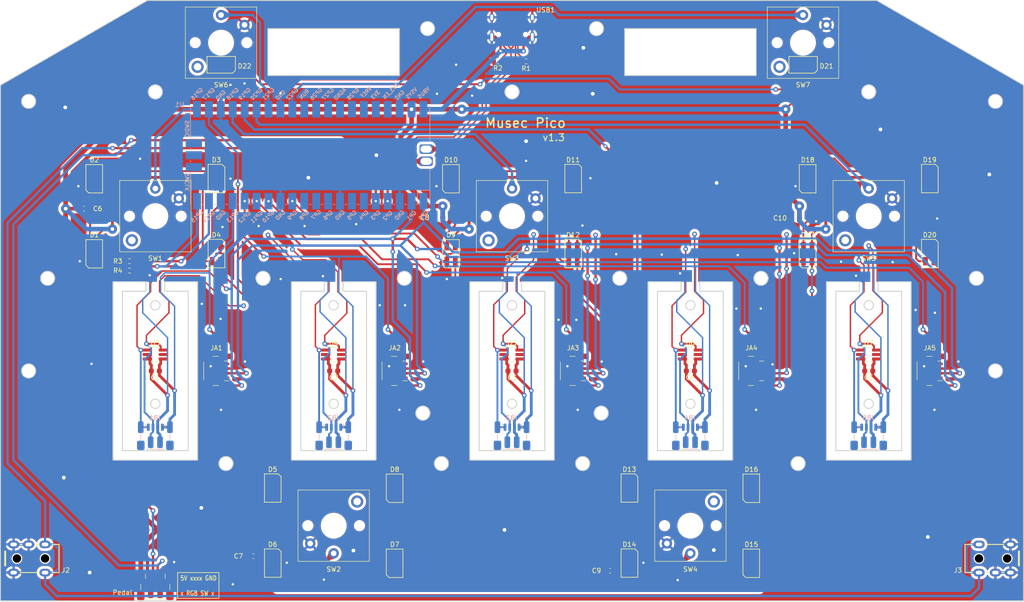
<source format=kicad_pcb>
(kicad_pcb (version 20240108) (generator "pcbnew") (generator_version "8.0")
  (title_block (title "Musec Pico"))
  (layers (0 "F.Cu" signal) (31 "B.Cu" signal) (34 "B.Paste" user) (35 "F.Paste" user) (36 "B.SilkS" user "B.Silkscreen") (37 "F.SilkS" user "F.Silkscreen") (38 "B.Mask" user) (39 "F.Mask" user) (44 "Edge.Cuts" user))
  (net 0 "")
  (net 1 "GND")
  (net 2 "+5V")
  (net 3 "Net-(D1-Out)")
  (net 5 "Net-(D2-Out)")
  (net 6 "+3V3")
  (net 7 "Net-(USB1-CC1)")
  (net 8 "Net-(USB1-CC2)")
  (net 9 "Net-(D1-In)")
  (net 10 "Net-(U1-USB2)")
  (net 12 "Net-(U1-VBUS)")
  (net 13 "Net-(U1-USB1)")
  (net 16 "/K2")
  (net 19 "/K6")
  (net 20 "/K4")
  (net 21 "/K5")
  (net 22 "/K3")
  (net 25 "Net-(J1-Pin_3)")
  (net 28 "/K1")
  (net 30 "/K7")
  (net 34 "Net-(D3-Out)")
  (net 37 "Net-(D4-Out)")
  (net 39 "Net-(D5-Out)")
  (net 40 "Net-(D6-Out)")
  (net 41 "Net-(D7-Out)")
  (net 42 "Net-(D8-Out)")
  (net 43 "Net-(D10-In)")
  (net 44 "Net-(D10-Out)")
  (net 45 "Net-(D11-Out)")
  (net 46 "Net-(D12-Out)")
  (net 47 "Net-(D13-Out)")
  (net 48 "Net-(D14-Out)")
  (net 49 "Net-(D15-Out)")
  (net 50 "Net-(D16-Out)")
  (net 51 "Net-(D17-Out)")
  (net 52 "Net-(D18-Out)")
  (net 53 "Net-(D19-Out)")
  (net 54 "Net-(D20-Out)")
  (net 55 "Net-(D21-Out)")
  (net 56 "/VB1")
  (net 57 "/VB3")
  (net 58 "/VB5")
  (net 59 "/VB2")
  (net 60 "/VB4")
  (net 63 "Net-(J2-T)")
  (net 64 "Net-(U1-GPIO14)")
  (net 66 "/SDA")
  (net 67 "/SCL")
  (net 71 "Net-(J1-Pin_2)")
  (net 72 "Net-(U1-GPIO15)")
  (footprint "musec_pico:WS2812B-2835" (layer "F.Cu") (at 277.196 104.074 -90)
    (property "Reference" "D18")
    (property "Value" "WS2812B_Unified" (hide yes))
  )
  (footprint "Resistor_SMD:R_0603_1608Metric_Pad0.98x0.95mm_HandSolder" (layer "F.Cu") (at 132.696 121.674)
    (property "Reference" "R3")
    (property "Value" "10")
  )
  (footprint "musec_pico:WS2812B-2835" (layer "F.Cu") (at 201.196 104.074 -90)
    (property "Reference" "D10")
    (property "Value" "WS2812B_Unified" (hide yes))
  )
  (footprint "musec_pico:WS2812B-2835" (layer "F.Cu") (at 151.196 104.074 90)
    (property "Reference" "D3")
    (property "Value" "WS2812B_Unified" (hide yes))
  )
  (footprint "musec_pico:WS2812B-2835" (layer "F.Cu") (at 201.196 120.074 -90)
    (property "Reference" "D9")
    (property "Value" "WS2812B_Unified" (hide yes))
  )
  (footprint "musec_pico:WS2812B-2835" (layer "F.Cu") (at 189.196 170.074 -90)
    (property "Reference" "D8")
    (property "Value" "WS2812B_Unified" (hide yes))
  )
  (footprint "Package_TO_SOT_SMD:TSOT-23-6_HandSoldering" (layer "F.Cu") (at 138.196 141.574)
    (property "Reference" "U3")
    (property "Value" "TMAG5273")
  )
  (footprint "musec_pico:WS2812B-2835" (layer "F.Cu") (at 125.196 104.074 -90)
    (property "Reference" "D2")
    (property "Value" "WS2812B_Unified" (hide yes))
  )
  (footprint "musec_pico:SH1.0_4P_Solder_Combo" (layer "F.Cu") (at 265.196 145.074 -90)
    (property "Reference" "JA4")
    (property "Value" "Conn_01x04" (hide yes))
  )
  (footprint "musec_pico:WS2812B-2835" (layer "F.Cu") (at 303.196 104.074 90)
    (property "Reference" "D19")
    (property "Value" "WS2812B_Unified" (hide yes))
  )
  (footprint "musec_pico:WS2812B-2835" (layer "F.Cu") (at 239.196 186.074 90)
    (property "Reference" "D14")
    (property "Value" "WS2812B_Unified" (hide yes))
  )
  (footprint "Resistor_SMD:R_0603_1608Metric_Pad0.98x0.95mm_HandSolder" (layer "F.Cu") (at 217.196 79.074)
    (property "Reference" "R1")
    (property "Value" "5K1")
  )
  (footprint "musec_pico:WS2812B-2835" (layer "F.Cu") (at 163.196 170.074 90)
    (property "Reference" "D5")
    (property "Value" "WS2812B_Unified" (hide yes))
  )
  (footprint "Capacitor_SMD:C_0603_1608Metric_Pad1.08x0.95mm_HandSolder" (layer "F.Cu") (at 274.566 112.474 180)
    (property "Reference" "C10")
    (property "Value" "0.1uF")
  )
  (footprint "musec_pico:WS2812B-2835" (layer "F.Cu") (at 265.196 170.074 -90)
    (property "Reference" "D16")
    (property "Value" "WS2812B_Unified" (hide yes))
  )
  (footprint "musec_pico:SW_Kailh_Choc_V1V2_1.00u_LED" (layer "F.Cu") (at 214.196 112.074)
    (property "Reference" "SW3")
    (property "Value" "SW_DIP_x01" (hide yes))
  )
  (footprint "Package_TO_SOT_SMD:TSOT-23-6_HandSoldering" (layer "F.Cu") (at 176.196 141.574)
    (property "Reference" "U4")
    (property "Value" "TMAG5273")
  )
  (footprint "musec_pico:WS2812B-2835" (layer "F.Cu") (at 227.196 104.074 90)
    (property "Reference" "D11")
    (property "Value" "WS2812B_Unified" (hide yes))
  )
  (footprint "Resistor_SMD:R_0603_1608Metric_Pad0.98x0.95mm_HandSolder" (layer "F.Cu") (at 211.196 79.074 180)
    (property "Reference" "R2")
    (property "Value" "5K1")
  )
  (footprint "musec_pico:WS2812B-2835" (layer "F.Cu") (at 152.196 79.774)
    (property "Reference" "D22")
    (property "Value" "WS2812B_Unified" (hide yes))
  )
  (footprint "musec_pico:WS2812B-2835" (layer "F.Cu") (at 125.196 120.074 -90)
    (property "Reference" "D1")
    (property "Value" "WS2812B_Unified" (hide yes))
  )
  (footprint "musec_pico:WS2812B-2835" (layer "F.Cu") (at 276.196 79.774)
    (property "Reference" "D21")
    (property "Value" "WS2812B_Unified" (hide yes))
  )
  (footprint "Capacitor_SMD:C_0603_1608Metric_Pad1.08x0.95mm_HandSolder" (layer "F.Cu") (at 159.096 184.574 180)
    (property "Reference" "C7")
    (property "Value" "0.1uF")
  )
  (footprint "musec_pico:SH1.0_4P_Solder_Combo" (layer "F.Cu") (at 151.196 145.074 -90)
    (property "Reference" "JA1")
    (property "Value" "Conn_01x04" (hide yes))
  )
  (footprint "musec_pico:WS2812B-2835" (layer "F.Cu") (at 239.196 170.074 90)
    (property "Reference" "D13")
    (property "Value" "WS2812B_Unified" (hide yes))
  )
  (footprint "Capacitor_SMD:C_0603_1608Metric_Pad1.08x0.95mm_HandSolder" (layer "F.Cu") (at 138.196 145.074 180)
    (property "Reference" "C1")
    (property "Value" "0.1uF")
  )
  (footprint "musec_pico:SW_Kailh_Choc_V1V2_1.00u_LED" (layer "F.Cu") (at 276.196 75.074)
    (property "Reference" "SW7")
    (property "Value" "SW_DIP_x01" (hide yes))
  )
  (footprint "musec_pico:WS2812B-2835" (layer "F.Cu") (at 163.196 186.074 90)
    (property "Reference" "D6")
    (property "Value" "WS2812B_Unified" (hide yes))
  )
  (footprint "musec_pico:WS2812B-2835" (layer "F.Cu") (at 303.196 120.074 90)
    (property "Reference" "D20")
    (property "Value" "WS2812B_Unified" (hide yes))
  )
  (footprint "musec_pico:WS2812B-2835" (layer "F.Cu") (at 277.196 120.074 -90)
    (property "Reference" "D17")
    (property "Value" "WS2812B_Unified" (hide yes))
  )
  (footprint "musec_pico:WS2812B-2835" (layer "F.Cu") (at 265.196 186.074 -90)
    (property "Reference" "D15")
    (property "Value" "WS2812B_Unified" (hide yes))
  )
  (footprint "musec_pico:SW_Kailh_Choc_V1V2_1.00u_LED" (layer "F.Cu") (at 152.196 75.074)
    (property "Reference" "SW6")
    (property "Value" "SW_DIP_x01" (hide yes))
  )
  (footprint "musec_pico:SW_Kailh_Choc_V1V2_1.00u_LED" (layer "F.Cu") (at 252.196 178.074 180)
    (property "Reference" "SW4")
    (property "Value" "SW_DIP_x01" (hide yes))
  )
  (footprint "Package_TO_SOT_SMD:TSOT-23-6_HandSoldering" (layer "F.Cu") (at 252.196 141.574)
    (property "Reference" "U6")
    (property "Value" "TMAG5273")
  )
  (footprint "Capacitor_SMD:C_0603_1608Metric_Pad1.08x0.95mm_HandSolder" (layer "F.Cu") (at 214.196 145.074 180)
    (property "Reference" "C3")
    (property "Value" "0.1uF")
  )
  (footprint "Capacitor_SMD:C_0603_1608Metric_Pad1.08x0.95mm_HandSolder" (layer "F.Cu") (at 252.196 145.074 180)
    (property "Reference" "C4")
    (property "Value" "0.1uF")
  )
  (footprint "musec_pico:SW_Kailh_Choc_V1V2_1.00u_LED" (layer "F.Cu") (at 138.196 112.074)
    (property "Reference" "SW1")
    (property "Value" "SW_DIP_x01" (hide yes))
  )
  (footprint "musec_pico:PJ313" (layer "F.Cu") (at 313.696 185.074 -90)
    (property "Reference" "J3")
    (property "Value" "PJ313")
  )
  (footprint "Type-C:HRO-TYPE-C-31-M-12-Assembly" (layer "F.Cu") (at 214.196 67.074 180)
    (property "Reference" "USB1")
    (property "Value" "U262-161N-4BVC11" (hide yes))
  )
  (footprint "Package_TO_SOT_SMD:TSOT-23-6_HandSoldering" (layer "F.Cu") (at 290.196 141.574)
    (property "Reference" "U7")
    (property "Value" "TMAG5273")
  )
  (footprint "musec_pico:WS2812B-2835" (layer "F.Cu") (at 151.196 120.074 90)
    (property "Reference" "D4")
    (property "Value" "WS2812B_Unified" (hide yes))
  )
  (footprint "Capacitor_SMD:C_0603_1608Metric_Pad1.08x0.95mm_HandSolder" (layer "F.Cu") (at 290.196 145.074 180)
    (property "Reference" "C5")
    (property "Value" "0.1uF")
  )
  (footprint "musec_pico:SW_Kailh_Choc_V1V2_1.00u_LED" (layer "F.Cu") (at 176.196 178.074 180)
    (property "Reference" "SW2")
    (property "Value" "SW_DIP_x01" (hide yes))
  )
  (footprint "Package_TO_SOT_SMD:TSOT-23-6_HandSoldering" (layer "F.Cu") (at 214.196 141.574)
    (property "Reference" "U5")
    (property "Value" "TMAG5273")
  )
  (footprint "Capacitor_SMD:C_0603_1608Metric_Pad1.08x0.95mm_HandSolder" (layer "F.Cu") (at 122.996 110.474)
    (property "Reference" "C6")
    (property "Value" "0.1uF")
  )
  (footprint "musec_pico:SH1.0_4P_Solder_Combo" (layer "F.Cu") (at 189.196 145.074 -90)
    (property "Reference" "JA2")
    (property "Value" "Conn_01x04" (hide yes))
  )
  (footprint "Resistor_SMD:R_0603_1608Metric_Pad0.98x0.95mm_HandSolder" (layer "F.Cu") (at 132.696 123.674 180)
    (property "Reference" "R4")
    (property "Value" "10")
  )
  (footprint "Capacitor_SMD:C_0603_1608Metric_Pad1.08x0.95mm_HandSolder" (layer "F.Cu") (at 176.196 145.074 180)
    (property "Reference" "C2")
    (property "Value" "0.1uF")
  )
  (footprint "musec_pico:PJ313" (layer "F.Cu") (at 114.696 185.074 90)
    (property "Reference" "J2")
    (property "Value" "PJ313")
  )
  (footprint "musec_pico:WS2812B-2835" (layer "F.Cu") (at 227.196 120.074 90)
    (property "Reference" "D12")
    (property "Value" "WS2812B_Unified" (hide yes))
  )
  (footprint "musec_pico:SW_Kailh_Choc_V1V2_1.00u_LED" (layer "F.Cu") (at 290.196 112.074)
    (property "Reference" "SW5")
    (property "Value" "SW_DIP_x01" (hide yes))
  )
  (footprint "musec_pico:SH1.0_4P_Solder_Combo" (layer "F.Cu") (at 227.196 145.074 -90)
    (property "Reference" "JA3")
    (property "Value" "Conn_01x04" (hide yes))
  )
  (footprint "Capacitor_SMD:C_0603_1608Metric_Pad1.08x0.95mm_HandSolder" (layer "F.Cu") (at 235.096 187.674 180)
    (property "Reference" "C9")
    (property "Value" "0.1uF")
  )
  (footprint "Capacitor_SMD:C_0603_1608Metric_Pad1.08x0.95mm_HandSolder" (layer "F.Cu") (at 198.566 112.374 180)
    (property "Reference" "C8")
    (property "Value" "0.1uF")
  )
  (footprint "musec_pico:SH1.0_4P_Solder_Combo" (layer "F.Cu") (at 138.196 191.074)
    (property "Reference" "J1" (hide yes))
    (property "Value" "Pedal")
  )
  (footprint "musec_pico:WS2812B-2835" (layer "F.Cu") (at 189.196 186.074 -90)
    (property "Reference" "D7")
    (property "Value" "WS2812B_Unified" (hide yes))
  )
  (footprint "musec_pico:SH1.0_4P_Solder_Combo" (layer "F.Cu") (at 303.196 145.074 -90)
    (property "Reference" "JA5")
    (property "Value" "Conn_01x04" (hide yes))
  )
  (footprint "musec_pico:RPi_Pico_SMD_Pins" (layer "B.Cu") (at 171.196 99.074 90)
    (property "Reference" "U1")
    (property "Value" "PiPico")
  )
  (footprint "musec_pico:SH1.0_4P_Solder_Combo" (layer "B.Cu") (at 214.196 159.074 180)
    (property "Reference" "JB3")
    (property "Value" "Conn_01x04" (hide yes))
  )
  (footprint "musec_pico:SH1.0_4P_Solder_Combo" (layer "B.Cu") (at 138.196 159.074 180)
    (property "Reference" "JB1")
    (property "Value" "Conn_01x04" (hide yes))
  )
  (footprint "musec_pico:SH1.0_4P_Solder_Combo" (layer "B.Cu") (at 290.196 159.074 180)
    (property "Reference" "JB5")
    (property "Value" "Conn_01x04" (hide yes))
  )
  (footprint "musec_pico:SH1.0_4P_Solder_Combo" (layer "B.Cu") (at 252.196 159.074 180)
    (property "Reference" "JB4")
    (property "Value" "Conn_01x04" (hide yes))
  )
  (footprint "musec_pico:SH1.0_4P_Solder_Combo" (layer "B.Cu") (at 176.196 159.074 180)
    (property "Reference" "JB2")
    (property "Value" "Conn_01x04" (hide yes))
  )
  (gr_rect (start 142.946 188.074) (end 151.746 193.574) (stroke (width 0.15)) (fill none) (layer "F.SilkS"))
  (gr_circle (center 233.196 154.074) (end 234.696 154.074) (stroke (width 0.2)) (fill none) (layer "Edge.Cuts"))
  (gr_line (start 167.196 126.074) (end 167.196 164.074) (stroke (width 0.2)) (layer "Edge.Cuts"))
  (gr_line (start 266.196 82.074) (end 266.196 72.074) (stroke (width 0.2)) (layer "Edge.Cuts"))
  (gr_circle (center 196.196 72.074) (end 197.696 72.074) (stroke (width 0.2)) (fill none) (layer "Edge.Cuts"))
  (gr_line (start 259.196 162.074) (end 245.196 162.074) (stroke (width 0.2)) (layer "Edge.Cuts"))
  (gr_line (start 281.196 126.074) (end 281.196 164.074) (stroke (width 0.2)) (layer "Edge.Cuts"))
  (gr_circle (center 252.196 152.074) (end 253.196 152.074) (stroke (width 0.2)) (fill none) (layer "Edge.Cuts"))
  (gr_line (start 145.196 128.074) (end 140.196 128.074) (stroke (width 0.2)) (layer "Edge.Cuts"))
  (gr_line (start 136.196 126.074) (end 136.196 128.074) (stroke (width 0.2)) (layer "Edge.Cuts"))
  (gr_line (start 212.196 126.074) (end 205.196 126.074) (stroke (width 0.2)) (layer "Edge.Cuts"))
  (gr_circle (center 138.196 85.574) (end 139.696 85.574) (stroke (width 0.2)) (fill none) (layer "Edge.Cuts"))
  (gr_line (start 299.196 126.074) (end 292.196 126.074) (stroke (width 0.2)) (layer "Edge.Cuts"))
  (gr_line (start 299.196 164.074) (end 281.196 164.074) (stroke (width 0.2)) (layer "Edge.Cuts"))
  (gr_circle (center 290.196 152.074) (end 291.196 152.074) (stroke (width 0.2)) (fill none) (layer "Edge.Cuts"))
  (gr_line (start 183.196 128.074) (end 178.196 128.074) (stroke (width 0.2)) (layer "Edge.Cuts"))
  (gr_line (start 283.196 162.074) (end 283.196 128.074) (stroke (width 0.2)) (layer "Edge.Cuts"))
  (gr_circle (center 290.196 85.574) (end 291.696 85.574) (stroke (width 0.2)) (fill none) (layer "Edge.Cuts"))
  (gr_circle (center 161.145673 125.324) (end 162.645673 125.324) (stroke (width 0.2)) (fill none) (layer "Edge.Cuts"))
  (gr_line (start 216.196 126.074) (end 216.196 128.074) (stroke (width 0.2)) (layer "Edge.Cuts"))
  (gr_circle (center 191.246327 125.324) (end 192.746327 125.324) (stroke (width 0.2)) (fill none) (layer "Edge.Cuts"))
  (gr_line (start 243.196 126.074) (end 243.196 164.074) (stroke (width 0.2)) (layer "Edge.Cuts"))
  (gr_circle (center 195.196 154.074) (end 196.696 154.074) (stroke (width 0.2)) (fill none) (layer "Edge.Cuts"))
  (gr_line (start 292.196 126.074) (end 292.196 128.074) (stroke (width 0.2)) (layer "Edge.Cuts"))
  (gr_line (start 250.196 126.074) (end 250.196 128.074) (stroke (width 0.2)) (layer "Edge.Cuts"))
  (gr_line (start 147.196 126.074) (end 140.196 126.074) (stroke (width 0.2)) (layer "Edge.Cuts"))
  (gr_circle (center 176.196 152.074) (end 177.196 152.074) (stroke (width 0.2)) (fill none) (layer "Edge.Cuts"))
  (gr_line (start 266.196 72.074) (end 238.196 72.074) (stroke (width 0.2)) (layer "Edge.Cuts"))
  (gr_line (start 259.196 128.074) (end 254.196 128.074) (stroke (width 0.2)) (layer "Edge.Cuts"))
  (gr_line (start 185.196 164.074) (end 167.196 164.074) (stroke (width 0.2)) (layer "Edge.Cuts"))
  (gr_line (start 178.196 126.074) (end 178.196 128.074) (stroke (width 0.2)) (layer "Edge.Cuts"))
  (gr_line (start 297.196 128.074) (end 292.196 128.074) (stroke (width 0.2)) (layer "Edge.Cuts"))
  (gr_line (start 190.196 72.074) (end 162.196 72.074) (stroke (width 0.2)) (layer "Edge.Cuts"))
  (gr_line (start 207.196 162.074) (end 207.196 128.074) (stroke (width 0.2)) (layer "Edge.Cuts"))
  (gr_line (start 323.196 194.126559) (end 323.196 84.126559) (stroke (width 0.2)) (layer "Edge.Cuts"))
  (gr_circle (center 176.196 131.074) (end 177.196 131.074) (stroke (width 0.2)) (fill none) (layer "Edge.Cuts"))
  (gr_circle (center 313.145673 125.324) (end 314.645673 125.324) (stroke (width 0.2)) (fill none) (layer "Edge.Cuts"))
  (gr_circle (center 317.196 87.59066) (end 318.696 87.59066) (stroke (width 0.2)) (fill none) (layer "Edge.Cuts"))
  (gr_line (start 183.196 162.074) (end 183.196 128.074) (stroke (width 0.2)) (layer "Edge.Cuts"))
  (gr_line (start 147.196 164.074) (end 129.196 164.074) (stroke (width 0.2)) (layer "Edge.Cuts"))
  (gr_circle (center 290.196 131.074) (end 291.196 131.074) (stroke (width 0.2)) (fill none) (layer "Edge.Cuts"))
  (gr_line (start 174.196 128.074) (end 169.196 128.074) (stroke (width 0.2)) (layer "Edge.Cuts"))
  (gr_line (start 221.196 162.074) (end 207.196 162.074) (stroke (width 0.2)) (layer "Edge.Cuts"))
  (gr_line (start 131.196 162.074) (end 131.196 128.074) (stroke (width 0.2)) (layer "Edge.Cuts"))
  (gr_line (start 221.196 162.074) (end 221.196 128.074) (stroke (width 0.2)) (layer "Edge.Cuts"))
  (gr_circle (center 111.196 87.59066) (end 112.696 87.59066) (stroke (width 0.2)) (fill none) (layer "Edge.Cuts"))
  (gr_line (start 145.196 162.074) (end 131.196 162.074) (stroke (width 0.2)) (layer "Edge.Cuts"))
  (gr_line (start 323.196 84.126559) (end 291.928051 66.074) (stroke (width 0.2)) (layer "Edge.Cuts"))
  (gr_line (start 205.196 126.074) (end 205.196 164.074) (stroke (width 0.2)) (layer "Edge.Cuts"))
  (gr_line (start 162.196 82.074) (end 162.196 72.074) (stroke (width 0.2)) (layer "Edge.Cuts"))
  (gr_line (start 299.196 126.074) (end 299.196 164.074) (stroke (width 0.2)) (layer "Edge.Cuts"))
  (gr_line (start 245.196 162.074) (end 245.196 128.074) (stroke (width 0.2)) (layer "Edge.Cuts"))
  (gr_line (start 212.196 126.074) (end 212.196 128.074) (stroke (width 0.2)) (layer "Edge.Cuts"))
  (gr_line (start 169.196 162.074) (end 169.196 128.074) (stroke (width 0.2)) (layer "Edge.Cuts"))
  (gr_circle (center 267.246327 125.324) (end 268.746327 125.324) (stroke (width 0.2)) (fill none) (layer "Edge.Cuts"))
  (gr_line (start 288.196 126.074) (end 288.196 128.074) (stroke (width 0.2)) (layer "Edge.Cuts"))
  (gr_line (start 261.196 126.074) (end 261.196 164.074) (stroke (width 0.2)) (layer "Edge.Cuts"))
  (gr_line (start 185.196 126.074) (end 185.196 164.074) (stroke (width 0.2)) (layer "Edge.Cuts"))
  (gr_circle (center 275.145673 164.824) (end 276.645673 164.824) (stroke (width 0.2)) (fill none) (layer "Edge.Cuts"))
  (gr_line (start 190.196 82.074) (end 162.196 82.074) (stroke (width 0.2)) (layer "Edge.Cuts"))
  (gr_circle (center 229.246327 164.824) (end 230.746327 164.824) (stroke (width 0.2)) (fill none) (layer "Edge.Cuts"))
  (gr_line (start 183.196 162.074) (end 169.196 162.074) (stroke (width 0.2)) (layer "Edge.Cuts"))
  (gr_circle (center 138.196 152.074) (end 139.196 152.074) (stroke (width 0.2)) (fill none) (layer "Edge.Cuts"))
  (gr_circle (center 214.196 152.074) (end 215.196 152.074) (stroke (width 0.2)) (fill none) (layer "Edge.Cuts"))
  (gr_line (start 147.196 126.074) (end 147.196 164.074) (stroke (width 0.2)) (layer "Edge.Cuts"))
  (gr_line (start 136.196 128.074) (end 131.196 128.074) (stroke (width 0.2)) (layer "Edge.Cuts"))
  (gr_line (start 105.196 194.126559) (end 323.196 194.126559) (stroke (width 0.2)) (layer "Edge.Cuts"))
  (gr_line (start 288.196 128.074) (end 283.196 128.074) (stroke (width 0.2)) (layer "Edge.Cuts"))
  (gr_line (start 266.196 82.074) (end 238.196 82.074) (stroke (width 0.2)) (layer "Edge.Cuts"))
  (gr_line (start 140.196 126.074) (end 140.196 128.074) (stroke (width 0.2)) (layer "Edge.Cuts"))
  (gr_circle (center 199.145673 164.824) (end 200.645673 164.824) (stroke (width 0.2)) (fill none) (layer "Edge.Cuts"))
  (gr_line (start 250.196 126.074) (end 243.196 126.074) (stroke (width 0.2)) (layer "Edge.Cuts"))
  (gr_circle (center 138.196 131.074) (end 139.196 131.074) (stroke (width 0.2)) (fill none) (layer "Edge.Cuts"))
  (gr_circle (center 214.196 131.074) (end 215.196 131.074) (stroke (width 0.2)) (fill none) (layer "Edge.Cuts"))
  (gr_line (start 136.463949 66.074) (end 105.196 84.126559) (stroke (width 0.2)) (layer "Edge.Cuts"))
  (gr_line (start 254.196 126.074) (end 254.196 128.074) (stroke (width 0.2)) (layer "Edge.Cuts"))
  (gr_line (start 291.928051 66.074) (end 136.463949 66.074) (stroke (width 0.2)) (layer "Edge.Cuts"))
  (gr_line (start 223.196 126.074) (end 216.196 126.074) (stroke (width 0.2)) (layer "Edge.Cuts"))
  (gr_circle (center 237.145673 125.324) (end 238.645673 125.324) (stroke (width 0.2)) (fill none) (layer "Edge.Cuts"))
  (gr_line (start 136.196 126.074) (end 129.196 126.074) (stroke (width 0.2)) (layer "Edge.Cuts"))
  (gr_line (start 105.196 84.126559) (end 105.196 194.126559) (stroke (width 0.2)) (layer "Edge.Cuts"))
  (gr_line (start 250.196 128.074) (end 245.196 128.074) (stroke (width 0.2)) (layer "Edge.Cuts"))
  (gr_line (start 259.196 162.074) (end 259.196 128.074) (stroke (width 0.2)) (layer "Edge.Cuts"))
  (gr_line (start 238.196 82.074) (end 238.196 72.074) (stroke (width 0.2)) (layer "Edge.Cuts"))
  (gr_line (start 212.196 128.074) (end 207.196 128.074) (stroke (width 0.2)) (layer "Edge.Cuts"))
  (gr_line (start 185.196 126.074) (end 178.196 126.074) (stroke (width 0.2)) (layer "Edge.Cuts"))
  (gr_line (start 129.196 126.074) (end 129.196 164.074) (stroke (width 0.2)) (layer "Edge.Cuts"))
  (gr_line (start 145.196 162.074) (end 145.196 128.074) (stroke (width 0.2)) (layer "Edge.Cuts"))
  (gr_line (start 261.196 126.074) (end 254.196 126.074) (stroke (width 0.2)) (layer "Edge.Cuts"))
  (gr_line (start 190.196 82.074) (end 190.196 72.074) (stroke (width 0.2)) (layer "Edge.Cuts"))
  (gr_circle (center 232.196 72.074) (end 233.696 72.074) (stroke (width 0.2)) (fill none) (layer "Edge.Cuts"))
  (gr_line (start 174.196 126.074) (end 167.196 126.074) (stroke (width 0.2)) (layer "Edge.Cuts"))
  (gr_circle (center 153.246327 164.824) (end 154.746327 164.824) (stroke (width 0.2)) (fill none) (layer "Edge.Cuts"))
  (gr_line (start 223.196 126.074) (end 223.196 164.074) (stroke (width 0.2)) (layer "Edge.Cuts"))
  (gr_line (start 297.196 162.074) (end 297.196 128.074) (stroke (width 0.2)) (layer "Edge.Cuts"))
  (gr_circle (center 317.196 145.074) (end 318.696 145.074) (stroke (width 0.2)) (fill none) (layer "Edge.Cuts"))
  (gr_line (start 174.196 126.074) (end 174.196 128.074) (stroke (width 0.2)) (layer "Edge.Cuts"))
  (gr_circle (center 111.196 145.074) (end 112.696 145.074) (stroke (width 0.2)) (fill none) (layer "Edge.Cuts"))
  (gr_circle (center 252.196 131.074) (end 253.196 131.074) (stroke (width 0.2)) (fill none) (layer "Edge.Cuts"))
  (gr_line (start 221.196 128.074) (end 216.196 128.074) (stroke (width 0.2)) (layer "Edge.Cuts"))
  (gr_line (start 297.196 162.074) (end 283.196 162.074) (stroke (width 0.2)) (layer "Edge.Cuts"))
  (gr_circle (center 115.246327 125.324) (end 116.746327 125.324) (stroke (width 0.2)) (fill none) (layer "Edge.Cuts"))
  (gr_line (start 261.196 164.074) (end 243.196 164.074) (stroke (width 0.2)) (layer "Edge.Cuts"))
  (gr_line (start 223.196 164.074) (end 205.196 164.074) (stroke (width 0.2)) (layer "Edge.Cuts"))
  (gr_circle (center 214.196 85.574) (end 215.696 85.574) (stroke (width 0.2)) (fill none) (layer "Edge.Cuts"))
  (gr_line (start 288.196 126.074) (end 281.196 126.074) (stroke (width 0.2)) (layer "Edge.Cuts"))
  (gr_text "Musec Pico" (at 208.296 93.374 0) (layer "F.SilkS") (effects (font (size 2 2) (thickness 0.3)) (justify left bottom)))
  (gr_text "v1.3" (at 220.596 96.174 0) (layer "F.SilkS") (effects (font (size 1.5 1.5) (thickness 0.2)) (justify left bottom)))
  (gr_text "5V xxxx GND\n\nx RGB SW x" (at 143.446 193.074 0) (layer "F.SilkS") (effects (font (size 1 0.8)) (justify left bottom)))
  (segment (start 195.296 143.074) (end 193.796 144.574) (width 0.5) (layer "F.Cu") (net 1))
  (segment (start 217.421 74.229) (end 217.796 73.854) (width 0.6) (layer "F.Cu") (net 1))
  (segment (start 301.996 144.074) (end 303.596 144.074) (width 0.5) (layer "F.Cu") (net 1))
  (segment (start 137.0585 143.5365) (end 137.3335 143.8115) (width 0.6) (layer "F.Cu") (net 1))
  (segment (start 151.596 144.074) (end 152.096 144.574) (width 0.5) (layer "F.Cu") (net 1))
  (segment (start 217.421 74.769) (end 217.421 74.229) (width 0.6) (layer "F.Cu") (net 1))
  (segment (start 155.796 144.574) (end 153.196 144.574) (width 0.5) (layer "F.Cu") (net 1))
  (segment (start 292.796 150.274) (end 289.3335 146.8115) (width 0.6) (layer "F.Cu") (net 1))
  (segment (start 265.443536 144.074) (end 265.943536 144.574) (width 0.5) (layer "F.Cu") (net 1))
  (segment (start 303.596 144.074) (end 304.096 144.574) (width 0.5) (layer "F.Cu") (net 1))
  (segment (start 157.296 143.074) (end 155.796 144.574) (width 0.5) (layer "F.Cu") (net 1))
  (segment (start 141.306 189.074) (end 139.696 189.074) (width 0.6) (layer "F.Cu") (net 1))
  (segment (start 210.971 74.769) (end 210.971 74.226437) (width 0.6) (layer "F.Cu") (net 1))
  (segment (start 175.3335 146.8115) (end 175.3335 145.074) (width 0.6) (layer "F.Cu") (net 1))
  (segment (start 213.0585 143.5365) (end 213.3335 143.8115) (width 0.6) (layer "F.Cu") (net 1))
  (segment (start 140.796 150.274) (end 137.3335 146.8115) (width 0.6) (layer "F.Cu") (net 1))
  (segment (start 263.996 144.074) (end 265.443536 144.074) (width 0.5) (layer "F.Cu") (net 1))
  (segment (start 309.296 143.074) (end 307.796 144.574) (width 0.5) (layer "F.Cu") (net 1))
  (segment (start 213.3335 146.8115) (end 213.3335 145.074) (width 0.6) (layer "F.Cu") (net 1))
  (segment (start 289.0585 141.574) (end 289.0585 143.5365) (width 0.6) (layer "F.Cu") (net 1))
  (segment (start 175.0585 143.5365) (end 175.3335 143.8115) (width 0.6) (layer "F.Cu") (net 1))
  (segment (start 149.996 144.074) (end 151.596 144.074) (width 0.5) (layer "F.Cu") (net 1))
  (segment (start 193.796 144.574) (end 191.196 144.574) (width 0.5) (layer "F.Cu") (net 1))
  (segment (start 289.3335 146.8115) (end 289.3335 145.074) (width 0.6) (layer "F.Cu") (net 1))
  (segment (start 231.796 144.574) (end 229.196 144.574) (width 0.5) (layer "F.Cu") (net 1))
  (segment (start 289.3335 143.8115) (end 289.3335 145.074) (width 0.6) (layer "F.Cu") (net 1))
  (segment (start 213.0585 141.574) (end 213.0585 143.5365) (width 0.6) (layer "F.Cu") (net 1))
  (segment (start 251.3335 143.8115) (end 251.3335 145.074) (width 0.6) (layer "F.Cu") (net 1))
  (segment (start 175.3335 143.8115) (end 175.3335 145.074) (width 0.6) (layer "F.Cu") (net 1))
  (segment (start 254.796 150.274) (end 251.3335 146.8115) (width 0.6) (layer "F.Cu") (net 1))
  (segment (start 137.0585 141.574) (end 137.0585 143.5365) (width 0.6) (layer "F.Cu") (net 1))
  (segment (start 213.3335 143.8115) (end 213.3335 145.074) (width 0.6) (layer "F.Cu") (net 1))
  (segment (start 216.796 150.274) (end 213.3335 146.8115) (width 0.6) (layer "F.Cu") (net 1))
  (segment (start 137.3335 143.8115) (end 137.3335 145.074) (width 0.6) (layer "F.Cu") (net 1))
  (segment (start 304.096 144.574) (end 305.196 144.574) (width 0.5) (layer "F.Cu") (net 1))
  (segment (start 233.296 143.074) (end 231.796 144.574) (width 0.5) (layer "F.Cu") (net 1))
  (segment (start 217.796 73.854) (end 218.516 73.854) (width 0.6) (layer "F.Cu") (net 1))
  (segment (start 289.0585 143.5365) (end 289.3335 143.8115) (width 0.6) (layer "F.Cu") (net 1))
  (segment (start 268.796 144.574) (end 267.196 144.574) (width 0.5) (layer "F.Cu") (net 1))
  (segment (start 190.096 144.574) (end 191.196 144.574) (width 0.5) (layer "F.Cu") (net 1))
  (segment (start 210.971 74.226437) (end 210.598563 73.854) (width 0.6) (layer "F.Cu") (net 1))
  (segment (start 251.0585 143.5365) (end 251.3335 143.8115) (width 0.6) (layer "F.Cu") (net 1))
  (segment (start 152.096 144.574) (end 153.196 144.574) (width 0.5) (layer "F.Cu") (net 1))
  (segment (start 178.796 150.274) (end 175.3335 146.8115) (width 0.6) (layer "F.Cu") (net 1))
  (segment (start 251.0585 141.574) (end 251.0585 143.5365) (width 0.6) (layer "F.Cu") (net 1))
  (segment (start 225.996 144.074) (end 227.596 144.074) (width 0.5) (layer "F.Cu") (net 1))
  (segment (start 137.3335 146.8115) (end 137.3335 145.074) (width 0.6) (layer "F.Cu") (net 1))
  (segment (start 210.971 74.769) (end 210.971 75.759) (width 0.6) (layer "F.Cu") (net 1))
  (segment (start 187.996 144.074) (end 189.596 144.074) (width 0.5) (layer "F.Cu") (net 1))
  (segment (start 175.0585 141.574) (end 175.0585 143.5365) (width 0.6) (layer "F.Cu") (net 1))
  (segment (start 210.598563 73.854) (end 209.876 73.854) (width 0.6) (layer "F.Cu") (net 1))
  (segment (start 228.096 144.574) (end 229.196 144.574) (width 0.5) (layer "F.Cu") (net 1))
  (segment (start 251.3335 146.8115) (end 251.3335 145.074) (width 0.6) (layer "F.Cu") (net 1))
  (segment (start 227.596 144.074) (end 228.096 144.574) (width 0.5) (layer "F.Cu") (net 1))
  (segment (start 307.796 144.574) (end 305.196 144.574) (width 0.5) (layer "F.Cu") (net 1))
  (segment (start 189.596 144.074) (end 190.096 144.574) (width 0.5) (layer "F.Cu") (net 1))
  (segment (start 265.943536 144.574) (end 267.196 144.574) (width 0.5) (layer "F.Cu") (net 1))
  (segment (start 269.696 143.674) (end 268.796 144.574) (width 0.5) (layer "F.Cu") (net 1))
  (via (at 304.796 112.574) (size 1) (drill 0.5) (layers "F.Cu" "B.Cu") (net 1))
  (via (at 195.296 143.074) (size 1) (drill 0.5) (layers "F.Cu" "B.Cu") (net 1))
  (via (at 149.996 144.074) (size 1) (drill 0.5) (layers "F.Cu" "B.Cu") (net 1))
  (via (at 200.296 125.474) (size 1) (drill 0.5) (layers "F.Cu" "B.Cu") (net 1))
  (via (at 217.196 100.274) (size 1) (drill 0.5) (layers "F.Cu" "B.Cu") (net 1))
  (via (at 231.396 85.974) (size 2) (drill 0.8) (layers "F.Cu" "B.Cu") (net 1))
  (via (at 180.396 183.374) (size 2) (drill 0.8) (layers "F.Cu" "B.Cu") (net 1))
  (via (at 266.196 153.374) (size 1) (drill 0.5) (layers "F.Cu" "B.Cu") (net 1))
  (via (at 198.096 105.674) (size 1) (drill 0.5) (layers "F.Cu" "B.Cu") (net 1))
  (via (at 147.996 174.274) (size 2) (drill 0.8) (layers "F.Cu" "B.Cu") (net 1))
  (via (at 304.296 132.674) (size 1) (drill 0.5) (layers "F.Cu" "B.Cu") (net 1))
  (via (at 257.196 183.274) (size 2) (drill 0.8) (layers "F.Cu" "B.Cu") (net 1))
  (via (at 178.796 150.274) (size 1) (drill 0.5) (layers "F.Cu" "B.Cu") (net 1))
  (via (at 187.996 144.074) (size 1) (drill 0.5) (layers "F.Cu" "B.Cu") (net 1))
  (via (at 191.396 131.074) (size 1) (drill 0.5) (layers "F.Cu" "B.Cu") (net 1))
  (via (at 157.296 143.074) (size 1) (drill 0.5) (layers "F.Cu" "B.Cu") (net 1))
  (via (at 212.096 125.274) (size 1) (drill 0.5) (layers "F.Cu" "B.Cu") (net 1))
  (via (at 267.196 131.774) (size 1) (drill 0.5) (layers "F.Cu" "B.Cu") (net 1))
  (via (at 225.996 144.074) (size 1) (drill 0.5) (layers "F.Cu" "B.Cu") (net 1))
  (via (at 301.996 144.074) (size 1) (drill 0.5) (layers "F.Cu" "B.Cu") (net 1))
  (via (at 180.996 113.774) (size 1) (drill 0.5) (layers "F.Cu" "B.Cu") (net 1))
  (via (at 121.796 105.674) (size 1) (drill 0.5) (layers "F.Cu" "B.Cu") (net 1))
  (via (at 205.696 86.374) (size 1) (drill 0.5) (layers "F.Cu" "B.Cu") (net 1))
  (via (at 229.396 76.174) (size 2) (drill 0.8) (layers "F.Cu" "B.Cu") (net 1))
  (via (at 309.296 143.074) (size 1) (drill 0.5) (layers "F.Cu" "B.Cu") (net 1))
  (via (at 302.796 180.474) (size 2) (drill 0.8) (layers "F.Cu" "B.Cu") (net 1))
  (via (at 228.196 153.374) (size 1) (drill 0.5) (layers "F.Cu" "B.Cu") (net 1))
  (via (at 157.196 83.774) (size 1) (drill 0.5) (layers "F.Cu" "B.Cu") (net 1))
  (via (at 230.896 103.974) (size 1) (drill 0.5) (layers "F.Cu" "B.Cu") (net 1))
  (via (at 170.796 103.874) (size 2) (drill 0.8) (layers "F.Cu" "B.Cu") (net 1))
  (via (at 136.996 124.674) (size 1) (drill 0.5) (layers "F.Cu" "B.Cu") (net 1))
  (via (at 249.996 124.274) (size 1) (drill 0.5) (layers "F.Cu" "B.Cu") (net 1))
  (via (at 274.296 119.974) (size 1) (drill 0.5) (layers "F.Cu" "B.Cu") (net 1))
  (via (at 173.896 124.874) (size 1) (drill 0.5) (layers "F.Cu" "B.Cu") (net 1))
  (via (at 287.496 124.774) (size 1) (drill 0.5) (layers "F.Cu" "B.Cu") (net 1))
  (via (at 164.846 85.824) (size 1) (drill 0.5) (layers "F.Cu" "B.Cu") (net 1))
  (via (at 124.596 143.574) (size 1) (drill 0.5) (layers "F.Cu" "B.Cu") (net 1))
  (via (at 190.196 153.374) (size 1) (drill 0.5) (layers "F.Cu" "B.Cu") (net 1))
  (via (at 227.896 134.174) (size 1) (drill 0.5) (layers "F.Cu" "B.Cu") (net 1))
  (via (at 154.196 84.074) (size 1) (drill 0.5) (layers "F.Cu" "B.Cu") (net 1))
  (via (at 246.096 120.274) (size 1) (drill 0.5) (layers "F.Cu" "B.Cu") (net 1))
  (via (at 154.196 104.074) (size 1) (drill 0.5) (layers "F.Cu" "B.Cu") (net 1))
  (via (at 198.196 85.974) (size 1) (drill 0.5) (layers "F.Cu" "B.Cu") (net 1))
  (via (at 212.596 178.974) (size 2) (drill 0.8) (layers "F.Cu" "B.Cu") (net 1))
  (via (at 263.996 144.074) (size 1) (drill 0.5) (layers "F.Cu" "B.Cu") (net 1))
  (via (at 216.796 150.274) (size 1) (drill 0.5) (layers "F.Cu" "B.Cu") (net 1))
  (via (at 140.796 150.274) (size 1) (drill 0.5) (layers "F.Cu" "B.Cu") (net 1))
  (via (at 148.096 130.774) (size 1) (drill 0.5) (layers "F.Cu" "B.Cu") (net 1))
  (via (at 300.196 132.074) (size 1) (drill 0.5) (layers "F.Cu" "B.Cu") (net 1))
  (via (at 134.946 99.824) (size 1) (drill 0.5) (layers "F.Cu" "B.Cu") (net 1))
  (via (at 174.096 189.574) (size 1) (drill 0.5) (layers "F.Cu" "B.Cu") (net 1))
  (via (at 142.196 185.824) (size 1) (drill 0.5) (layers "F.Cu" "B.Cu") (net 1))
  (via (at 185.296 99.074) (size 2) (drill 0.8) (layers "F.Cu" "B.Cu") (net 1))
  (via (at 315.896 103.174) (size 2) (drill 0.8) (layers "F.Cu" "B.Cu") (net 1))
  (via (at 236.396 120.174) (size 1) (drill 0.5) (layers "F.Cu" "B.Cu") (net 1))
  (via (at 242.196 185.974) (size 1) (drill 0.5) (layers "F.Cu" "B.Cu") (net 1))
  (via (at 262.296 120.374) (size 1) (drill 0.5) (layers "F.Cu" "B.Cu") (net 1))
  (via (at 254.796 150.274) (size 1) (drill 0.5) (layers "F.Cu" "B.Cu") (net 1))
  (via (at 122.096 121.674) (size 1) (drill 0.5) (layers "F.Cu" "B.Cu") (net 1))
  (via (at 292.696 93.574) (size 2) (drill 0.8) (layers "F.Cu" "B.Cu") (net 1))
  (via (at 304.196 153.374) (size 1) (drill 0.5) (layers "F.Cu" "B.Cu") (net 1))
  (via (at 124.196 188.074) (size 2) (drill 0.8) (layers "F.Cu" "B.Cu") (net 1))
  (via (at 295.296 121.874) (size 1) (drill 0.5) (layers "F.Cu" "B.Cu") (net 1))
  (via (at 152.196 153.374) (size 1) (drill 0.5) (layers "F.Cu" "B.Cu") (net 1))
  (via (at 229.196 114.074) (size 1) (drill 0.5) (layers "F.Cu" "B.Cu") (net 1))
  (via (at 269.696 143.674) (size 1) (drill 0.5) (layers "F.Cu" "B.Cu") (net 1))
  (via (at 217.196 96.074) (size 2) (drill 0.8) (layers "F.Cu" "B.Cu") (net 1))
  (via (at 169.996 114.174) (size 1) (drill 0.5) (layers "F.Cu" "B.Cu") (net 1))
  (via (at 233.296 143.074) (size 1) (drill 0.5) (layers "F.Cu" "B.Cu") (net 1))
  (via (at 152.096 133.974) (size 1) (drill 0.5) (layers "F.Cu" "B.Cu") (net 1))
  (via (at 118.996 88.874) (size 2) (drill 0.8) (layers "F.Cu" "B.Cu") (net 1))
  (via (at 166.196 185.974) (size 1) (drill 0.5) (layers "F.Cu" "B.Cu") (net 1))
  (via (at 257.796 104.974) (size 2) (drill 0.8) (layers "F.Cu" "B.Cu") (net 1))
  (via (at 249.496 189.674) (size 1) (drill 0.5) (layers "F.Cu" "B.Cu") (net 1))
  (via (at 160.196 114.174) (size 1) (drill 0.5) (layers "F.Cu" "B.Cu") (net 1))
  (via (at 284.296 121.774) (size 1) (drill 0.5) (layers "F.Cu" "B.Cu") (net 1))
  (via (at 154.696 190.574) (size 1) (drill 0.5) (layers "F.Cu" "B.Cu") (net 1))
  (via (at 202.296 79.774) (size 1) (drill 0.5) (layers "F.Cu" "B.Cu") (net 1))
  (via (at 274.596 105.674) (size 1) (drill 0.5) (layers "F.Cu" "B.Cu") (net 1))
  (via (at 118.696 167.824) (size 2) (drill 0.8) (layers "F.Cu" "B.Cu") (net 1))
  (via (at 224.096 134.174) (size 1) (drill 0.5) (layers "F.Cu" "B.Cu") (net 1))
  (via (at 152.496 114.374) (size 1) (drill 0.5) (layers "F.Cu" "B.Cu") (net 1))
  (via (at 185.996 131.074) (size 1) (drill 0.5) (layers "F.Cu" "B.Cu") (net 1))
  (via (at 164.896 125.474) (size 1) (drill 0.5) (layers "F.Cu" "B.Cu") (net 1))
  (via (at 278.996 113.174) (size 1) (drill 0.5) (layers "F.Cu" "B.Cu") (net 1))
  (via (at 292.796 150.274) (size 1) (drill 0.5) (layers "F.Cu" "B.Cu") (net 1))
  (via (at 261.996 131.774) (size 1) (drill 0.5) (layers "F.Cu" "B.Cu") (net 1))
  (segment (start 164.846 89.274) (end 164.846 85.824) (width 0.5) (layer "B.Cu") (net 1))
  (segment (start 288.996 128.374) (end 288.996 126.274) (width 0.3) (layer "B.Cu") (net 1))
  (segment (start 178.796 153.574) (end 176.696 155.674) (width 0.6) (layer "B.Cu") (net 1))
  (segment (start 140.796 153.574) (end 138.696 155.674) (width 0.6) (layer "B.Cu") (net 1))
  (segment (start 214.696 157.074) (end 214.696 158.174) (width 0.6) (layer "B.Cu") (net 1))
  (segment (start 217.586 74.784) (end 218.516 73.854) (width 0.6) (layer "B.Cu") (net 1))
  (segment (start 138.696 158.174) (end 139.196 158.674) (width 0.6) (layer "B.Cu") (net 1))
  (segment (start 209.876 73.854) (end 210.806 74.784) (width 0.6) (layer "B.Cu") (net 1))
  (segment (start 216.796 150.274) (end 216.796 153.574) (width 0.6) (layer "B.Cu") (net 1))
  (segment (start 173.296 132.474) (end 173.296 129.974) (width 0.3) (layer "B.Cu") (net 1))
  (segment (start 173.296 129.974) (end 174.996 128.274) (width 0.3) (layer "B.Cu") (net 1))
  (segment (start 249.296 130.074) (end 250.996 128.374) (width 0.3) (layer "B.Cu") (net 1))
  (segment (start 136.996 128.274) (end 135.496 129.774) (width 0.3) (layer "B.Cu") (net 1))
  (segment (start 249.296 132.474) (end 249.296 130.074) (width 0.3) (layer "B.Cu") (net 1))
  (segment (start 209.876 73.854) (end 202.306 73.854) (width 1) (layer "B.Cu") (net 1))
  (segment (start 254.796 150.274) (end 254.796 137.974) (width 0.3) (layer "B.Cu") (net 1))
  (segment (start 212.996 126.174) (end 212.096 125.274) (width 0.3) (layer "B.Cu") (net 1))
  (segment (start 154.196 104.074) (end 152.146 106.124) (width 0.8) (layer "B.Cu") (net 1))
  (segment (start 252.696 155.674) (end 252.696 157.074) (width 0.6) (layer "B.Cu") (net 1))
  (segment (start 211.496 129.774) (end 212.996 128.274) (width 0.3) (layer "B.Cu") (net 1))
  (segment (start 152.146 86.124) (end 154.196 84.074) (width 0.8) (layer "B.Cu") (net 1))
  (segment (start 152.146 89.274) (end 152.146 86.124) (width 0.8) (layer "B.Cu") (net 1))
  (segment (start 252.696 157.074) (end 252.696 158.174) (width 0.6) (layer "B.Cu") (net 1))
  (segment (start 210.806 74.784) (end 217.586 74.784) (width 0.6) (layer "B.Cu") (net 1))
  (segment (start 253.196 158.674) (end 253.196 160.274) (width 0.6) (layer "B.Cu") (net 1))
  (segment (start 190.246 85.914) (end 190.246 89.274) (width 1) (layer "B.Cu") (net 1))
  (segment (start 177.196 158.674) (end 177.196 160.274) (width 0.6) (layer "B.Cu") (net 1))
  (segment (start 135.496 132.674) (end 140.796 137.974) (width 0.3) (layer "B.Cu") (net 1))
  (segment (start 212.996 128.274) (end 212.996 126.174) (width 0.3) (layer "B.Cu") (net 1))
  (segment (start 216.796 137.974) (end 211.496 132.674) (width 0.3) (layer "B.Cu") (net 1))
  (segment (start 214.696 158.174) (end 215.196 158.674) (width 0.6) (layer "B.Cu") (net 1))
  (segment (start 138.696 155.674) (end 138.696 157.074) (width 0.6) (layer "B.Cu") (net 1))
  (segment (start 290.696 157.074) (end 290.696 158.174) (width 0.6) (layer "B.Cu") (net 1))
  (segment (start 174.996 125.974) (end 173.896 124.874) (width 0.3) (layer "B.Cu") (net 1))
  (segment (start 250.996 125.274) (end 249.996 124.274) (width 0.3) (layer "B.Cu") (net 1))
  (segment (start 138.696 157.074) (end 138.696 158.174) (width 0.6) (layer "B.Cu") (net 1))
  (segment (start 292.796 150.274) (end 292.796 137.974) (width 0.3) (layer "B.Cu") (net 1))
  (segment (start 174.996 128.274) (end 174.996 125.974) (width 0.3) (layer "B.Cu") (net 1))
  (segment (start 136.996 124.674) (end 136.996 128.274) (width 0.3) (layer "B.Cu") (net 1))
  (segment (start 287.296 132.474) (end 287.296 130.074) (width 0.3) (layer "B.Cu") (net 1))
  (segment (start 135.496 129.774) (end 135.496 132.674) (width 0.3) (layer "B.Cu") (net 1))
  (segment (start 288.996 126.274) (end 287.496 124.774) (width 0.3) (layer "B.Cu") (net 1))
  (segment (start 254.796 137.974) (end 249.296 132.474) (width 0.3) (layer "B.Cu") (net 1))
  (segment (start 254.796 153.574) (end 252.696 155.674) (width 0.6) (layer "B.Cu") (net 1))
  (segment (start 252.696 158.174) (end 253.196 158.674) (width 0.6) (layer "B.Cu") (net 1))
  (segment (start 215.196 158.674) (end 215.196 160.274) (width 0.6) (layer "B.Cu") (net 1))
  (segment (start 216.796 150.274) (end 216.796 137.974) (width 0.3) (layer "B.Cu") (net 1))
  (segment (start 176.696 158.174) (end 177.196 158.674) (width 0.6) (layer "B.Cu") (net 1))
  (segment (start 292.796 150.274) (end 292.796 153.574) (width 0.6) (layer "B.Cu") (net 1))
  (segment (start 140.796 150.274) (end 140.796 153.574) (width 0.6) (layer "B.Cu") (net 1))
  (segment (start 178.796 137.974) (end 173.296 132.474) (width 0.3) (layer "B.Cu") (net 1))
  (segment (start 290.696 158.174) (end 291.196 158.674) (width 0.6) (layer "B.Cu") (net 1))
  (segment (start 202.306 73.854) (end 190.246 85.914) (width 1) (layer "B.Cu") (net 1))
  (segment (start 176.696 157.074) (end 176.696 158.174) (width 0.6) (layer "B.Cu") (net 1))
  (segment (start 254.796 150.274) (end 254.796 153.574) (width 0.6) (layer "B.Cu") (net 1))
  (segment (start 139.196 158.674) (end 139.196 160.274) (width 0.6) (layer "B.Cu") (net 1))
  (segment (start 287.296 130.074) (end 288.996 128.374) (width 0.3) (layer "B.Cu") (net 1))
  (segment (start 290.696 155.674) (end 290.696 157.074) (width 0.6) (layer "B.Cu") (net 1))
  (segment (start 292.796 153.574) (end 290.696 155.674) (width 0.6) (layer "B.Cu") (net 1))
  (segment (start 216.796 153.574) (end 214.696 155.674) (width 0.6) (layer "B.Cu") (net 1))
  (segment (start 152.146 106.124) (end 152.146 108.874) (width 0.8) (layer "B.Cu") (net 1))
  (segment (start 250.996 128.374) (end 250.996 125.274) (width 0.3) (layer "B.Cu") (net 1))
  (segment (start 291.196 158.674) (end 291.196 160.274) (width 0.6) (layer "B.Cu") (net 1))
  (segment (start 178.796 150.274) (end 178.796 137.974) (width 0.3) (layer "B.Cu") (net 1))
  (segment (start 211.496 132.674) (end 211.496 129.774) (width 0.3) (layer "B.Cu") (net 1))
  (segment (start 140.796 137.974) (end 140.796 150.274) (width 0.3) (layer "B.Cu") (net 1))
  (segment (start 178.796 150.274) (end 178.796 153.574) (width 0.6) (layer "B.Cu") (net 1))
  (segment (start 292.796 137.974) (end 287.296 132.474) (width 0.3) (layer "B.Cu") (net 1))
  (segment (start 176.696 155.674) (end 176.696 157.074) (width 0.6) (layer "B.Cu") (net 1))
  (segment (start 214.696 155.674) (end 214.696 157.074) (width 0.6) (layer "B.Cu") (net 1))
  (segment (start 279.246 114.824) (end 281.046 114.824) (width 0.4) (layer "F.Cu") (net 2))
  (segment (start 159.916 187.674) (end 162.296 187.674) (width 1) (layer "F.Cu") (net 2))
  (segment (start 203.246 114.824) (end 205.046 114.824) (width 0.4) (layer "F.Cu") (net 2))
  (segment (start 278.096 118.474) (end 278.096 115.974) (width 0.4) (layer "F.Cu") (net 2))
  (segment (start 202.096 102.474) (end 203.726 102.474) (width 0.4) (layer "F.Cu") (net 2))
  (segment (start 192.786 92.734) (end 190.476 95.044) (width 1) (layer "F.Cu") (net 2))
  (segment (start 275.426 112.4715) (end 275.4285 112.474) (width 1) (layer "F.Cu") (net 2))
  (segment (start 238.296 191.674) (end 192.716 191.674) (width 0.8) (layer "F.Cu") (net 2))
  (segment (start 192.786 89.274) (end 203.486 89.274) (width 1) (layer "F.Cu") (net 2))
  (segment (start 224.866 121.674) (end 226.296 121.674) (width 0.4) (layer "F.Cu") (net 2))
  (segment (start 126.096 102.474) (end 127.726 102.474) (width 0.4) (layer "F.Cu") (net 2))
  (segment (start 272.496 106.994) (end 275.426 109.924) (width 1) (layer "F.Cu") (net 2))
  (segment (start 281.046 103.794) (end 298.416 103.794) (width 0.6) (layer "F.Cu") (net 2))
  (segment (start 164.126 191.674) (end 162.296 189.844) (width 0.8) (layer "F.Cu") (net 2))
  (segment (start 119.076 159.384) (end 137.481 177.789) (width 1) (layer "F.Cu") (net 2))
  (segment (start 276.196 85.574) (end 276.196 79.334) (width 0.4) (layer "F.Cu") (net 2))
  (segment (start 235.9585 179.7215) (end 238.296 177.384) (width 0.4) (layer "F.Cu") (net 2))
  (segment (start 131.846 89.274) (end 119.076 102.044) (width 1) (layer "F.Cu") (net 2))
  (segment (start 238.296 191.674) (end 266.896 191.674) (width 0.8) (layer "F.Cu") (net 2))
  (segment (start 205.046 103.794) (end 222.416 103.794) (width 0.6) (layer "F.Cu") (net 2))
  (segment (start 268.426 177.734) (end 266.096 180.064) (width 0.4) (layer "F.Cu") (net 2))
  (segment (start 202.096 115.974) (end 203.246 114.824) (width 0.4) (layer "F.Cu") (net 2))
  (segment (start 235.9585 187.674) (end 235.9585 179.7215) (width 0.4) (layer "F.Cu") (net 2))
  (segment (start 281.046 103.794) (end 281.046 114.824) (width 0.6) (layer "F.Cu") (net 2))
  (segment (start 222.416 103.794) (end 224.296 105.674) (width 0.6) (layer "F.Cu") (net 2))
  (segment (start 127.246 114.824) (end 129.046 114.824) (width 0.4) (layer "F.Cu") (net 2))
  (segment (start 159.916 184.7315) (end 159.916 187.674) (width 0.8) (layer "F.Cu") (net 2))
  (segment (start 127.726 102.474) (end 129.046 103.794) (width 0.4) (layer "F.Cu") (net 2))
  (segment (start 203.726 102.474) (end 205.046 103.794) (width 0.4) (layer "F.Cu") (net 2))
  (segment (start 192.426 169.324) (end 192.426 177.734) (width 0.4) (layer "F.Cu") (net 2))
  (segment (start 160.251 179.429) (end 159.9585 179.7215) (width 0.4) (layer "F.Cu") (net 2))
  (segment (start 135.086 189.074) (end 135.086 182.484) (width 1) (layer "F.Cu") (net 2))
  (segment (start 191.576 168.474) (end 192.426 169.324) (width 0.4) (layer "F.Cu") (net 2))
  (segment (start 272.496 89.274) (end 276.196 85.574) (width 0.4) (layer "F.Cu") (net 2))
  (segment (start 162.296 189.844) (end 162.296 187.674) (width 0.8) (layer "F.Cu") (net 2))
  (segment (start 199.426 112.3715) (end 199.4285 112.374) (width 1) (layer "F.Cu") (net 2))
  (segment (start 192.786 89.274) (end 152.206 89.274) (width 1) (layer "F.Cu") (net 2))
  (segment (start 126.096 118.474) (end 126.096 115.974) (width 0.4) (layer "F.Cu") (net 2))
  (segment (start 192.716 191.674) (end 164.126 191.674) (width 0.8) (layer "F.Cu") (net 2))
  (segment (start 224.296 121.104) (end 224.866 121.674) (width 0.4) (layer "F.Cu") (net 2))
  (segment (start 268.796 185.674) (end 267.596 184.474) (width 0.8) (layer "F.Cu") (net 2))
  (segment (start 300.866 121.674) (end 302.296 121.674) (width 0.4) (layer "F.Cu") (net 2))
  (segment (start 224.296 105.674) (end 226.296 105.674) (width 0.4) (layer "F.Cu") (net 2))
  (segment (start 235.9585 187.674) (end 238.296 187.674) (width 0.8) (layer "F.Cu") (net 2))
  (segment (start 191.216 184.474) (end 190.096 184.474) (width 0.6) (layer "F.Cu") (net 2))
  (segment (start 129.046 103.794) (end 146.416 103.794) (width 0.6) (layer "F.Cu") (net 2))
  (segment (start 119.076 102.044) (end 119.076 159.384) (width 1) (layer "F.Cu") (net 2))
  (segment (start 300.296 105.674) (end 300.296 121.104) (width 0.4) (layer "F.Cu") (net 2))
  (segment (start 276.196 79.334) (end 275.736 78.874) (width 0.4) (layer "F.Cu") (net 2))
  (segment (start 205.046 114.824) (end 205.046 103.794) (width 0.6) (layer "F.Cu") (net 2))
  (segment (start 135.086 189.074) (end 136.696 189.074) (width 0.6) (layer "F.Cu") (net 2))
  (segment (start 148.866 121.674) (end 150.296 121.674) (width 0.4) (layer "F.Cu") (net 2))
  (segment (start 192.716 191.674) (end 192.716 185.974) (width 0.6) (layer "F.Cu") (net 2))
  (segment (start 162.296 177.384) (end 160.251 179.429) (width 0.4) (layer "F.Cu") (net 2))
  (segment (start 150.596 78.874) (end 151.716 78.874) (width 0.4) (layer "F.Cu") (net 2))
  (segment (start 275.426 109.924) (end 275.426 112.4715) (width 1) (layer "F.Cu") (net 2))
  (segment (start 190.476 95.044) (end 190.476 103.994) (width 1) (layer "F.Cu") (net 2))
  (segment (start 137.481 177.789) (end 147.366 187.674) (width 1) (layer "F.Cu") (net 2))
  (segment (start 279.726 102.474) (end 281.046 103.794) (width 0.4) (layer "F.Cu") (net 2))
  (segment (start 190.476 103.994) (end 196.406 109.924) (width 1) (layer "F.Cu") (net 2))
  (segment (start 192.716 185.974) (end 191.216 184.474) (width 0.6) (layer "F.Cu") (net 2))
  (segment (start 224.296 105.674) (end 224.296 121.104) (width 0.4) (layer "F.Cu") (net 2))
  (segment (start 266.096 168.474) (end 267.176 168.474) (width 0.4) (layer "F.Cu") (net 2))
  (segment (start 159.9585 179.7215) (end 159.9585 184.574) (width 0.4) (layer "F.Cu") (net 2))
  (segment (start 148.296 121.104) (end 148.866 121.674) (width 0.4) (layer "F.Cu") (net 2))
  (segment (start 300.296 105.674) (end 302.296 105.674) (width 0.4) (layer "F.Cu") (net 2))
  (segment (start 275.736 78.874) (end 274.596 78.874) (width 0.4) (layer "F.Cu") (net 2))
  (segment (start 238.296 187.674) (end 238.296 191.674) (width 0.6) (layer "F.Cu") (net 2))
  (segment (start 196.406 109.924) (end 199.426 109.924) (width 1) (layer "F.Cu") (net 2))
  (segment (start 126.096 115.974) (end 127.246 114.824) (width 0.4) (layer "F.Cu") (net 2))
  (segment (start 192.786 89.274) (end 192.786 92.734) (width 1) (layer "F.Cu") (net 2))
  (segment (start 300.296 121.104) (end 300.866 121.674) (width 0.4) (layer "F.Cu") (net 2))
  (segment (start 190.096 168.474) (end 191.576 168.474) (width 0.4) (layer "F.Cu") (net 2))
  (segment (start 152.206 89.274) (end 131.846 89.274) (width 1) (layer "F.Cu") (net 2))
  (segment (start 162.296 171.674) (end 162.296 177.384) (width 0.4) (layer "F.Cu") (net 2))
  (segment (start 268.796 189.774) (end 268.796 185.674) (width 0.8) (layer "F.Cu") (net 2))
  (segment (start 152.206 79.364) (end 152.206 89.274) (width 0.4) (layer "F.Cu") (net 2))
  (segment (start 268.426 169.724) (end 268.426 177.734) (width 0.4) (layer "F.Cu") (net 2))
  (segment (start 148.296 105.674) (end 150.296 105.674) (width 0.4) (layer "F.Cu") (net 2))
  (segment (start 278.096 102.474) (end 279.726 102.474) (width 0.4) (layer "F.Cu") (net 2))
  (segment (start 146.416 103.794) (end 148.296 105.674) (width 0.6) (layer "F.Cu") (net 2))
  (segment (start 272.496 89.274) (end 272.496 106.994) (width 1) (layer "F.Cu") (net 2))
  (segment (start 267.596 184.474) (end 266.096 184.474) (width 0.8) (layer "F.Cu") (net 2))
  (segment (start 266.896 191.674) (end 268.796 189.774) (width 0.8) (layer "F.Cu") (net 2))
  (segment (start 238.296 177.384) (end 238.296 171.674) (width 0.4) (layer "F.Cu") (net 2))
  (segment (start 192.426 177.734) (end 190.096 180.064) (width 0.4) (layer "F.Cu") (net 2))
  (segment (start 190.096 180.064) (end 190.096 184.474) (width 0.4) (layer "F.Cu") (net 2))
  (segment (start 148.296 105.674) (end 148.296 121.104) (width 0.4) (layer "F.Cu") (net 2))
  (segment (start 298.416 103.794) (end 300.296 105.674) (width 0.6) (layer "F.Cu") (net 2))
  (segment (start 129.046 103.794) (end 129.046 114.824) (width 0.6) (layer "F.Cu") (net 2))
  (segment (start 267.176 168.474) (end 268.426 169.724) (width 0.4) (layer "F.Cu") (net 2))
  (segment (start 278.096 115.974) (end 279.246 114.824) (width 0.4) (layer "F.Cu") (net 2))
  (segment (start 199.426 109.924) (end 199.426 112.3715) (width 1) (layer "F.Cu") (net 2))
  (segment (start 135.086 182.484) (end 138.631 178.939) (width 1) (layer "F.Cu") (net 2))
  (segment (start 147.366 187.674) (end 159.916 187.674) (width 1) (layer "F.Cu") (net 2))
  (segment (start 122.1335 110.474) (end 119.096 110.474) (width 0.8) (layer "F.Cu") (net 2))
  (segment (start 151.716 78.874) (end 152.206 79.364) (width 0.4) (layer "F.Cu") (net 2))
  (segment (start 266.096 180.064) (end 266.096 184.474) (width 0.4) (layer "F.Cu") (net 2))
  (segment (start 202.096 118.474) (end 202.096 115.974) (width 0.4) (layer "F.Cu") (net 2))
  (via (at 272.496 89.274) (size 2) (drill 0.8) (layers "F.Cu" "B.Cu") (net 2))
  (via (at 205.046 114.824) (size 2) (drill 0.8) (layers "F.Cu" "B.Cu") (net 2))
  (via (at 192.786 89.274) (size 2) (drill 0.8) (layers "F.Cu" "B.Cu") (net 2))
  (via (at 281.046 114.824) (size 2) (drill 0.8) (layers "F.Cu" "B.Cu") (net 2))
  (via (at 119.096 110.474) (size 2) (drill 0.8) (layers "F.Cu" "B.Cu") (net 2))
  (via (at 129.046 114.824) (size 2) (drill 0.8) (layers "F.Cu" "B.Cu") (net 2))
  (via (at 203.486 89.274) (size 2) (drill 0.8) (layers "F.Cu" "B.Cu") (net 2))
  (via (at 199.426 109.924) (size 2) (drill 0.8) (layers "F.Cu" "B.Cu") (net 2))
  (via (at 275.426 109.924) (size 2) (drill 0.8) (layers "F.Cu" "B.Cu") (net 2))
  (segment (start 281.046 114.824) (end 277.156 114.824) (width 1) (layer "B.Cu") (net 2))
  (segment (start 275.426 113.094) (end 275.426 109.924) (width 1) (layer "B.Cu") (net 2))
  (segment (start 205.046 114.824) (end 201.156 114.824) (width 1) (layer "B.Cu") (net 2))
  (segment (start 129.046 114.824) (end 123.446 114.824) (width 1) (layer "B.Cu") (net 2))
  (segment (start 203.486 89.274) (end 272.496 89.274) (width 1) (layer "B.Cu") (net 2))
  (segment (start 199.426 113.094) (end 199.426 109.924) (width 1) (layer "B.Cu") (net 2))
  (segment (start 123.446 114.824) (end 119.096 110.474) (width 1) (layer "B.Cu") (net 2))
  (segment (start 277.156 114.824) (end 275.426 113.094) (width 1) (layer "B.Cu") (net 2))
  (segment (start 201.156 114.824) (end 199.426 113.094) (width 1) (layer "B.Cu") (net 2))
  (segment (start 126.096 111.374) (end 126.096 105.674) (width 0.4) (layer "F.Cu") (net 3))
  (segment (start 124.296 113.174) (end 126.096 111.374) (width 0.4) (layer "F.Cu") (net 3))
  (segment (start 124.296 118.474) (end 124.296 113.174) (width 0.4) (layer "F.Cu") (net 3))
  (segment (start 133.596 102.474) (end 150.296 102.474) (width 0.4) (layer "F.Cu") (net 5))
  (segment (start 124.296 102.474) (end 124.296 100.674) (width 0.4) (layer "F.Cu") (net 5))
  (segment (start 124.296 100.674) (end 125.196 99.774) (width 0.4) (layer "F.Cu") (net 5))
  (segment (start 125.196 99.774) (end 130.896 99.774) (width 0.4) (layer "F.Cu") (net 5))
  (segment (start 130.896 99.774) (end 133.596 102.474) (width 0.4) (layer "F.Cu") (net 5))
  (segment (start 215.446 74.769) (end 215.446 77.374) (width 0.3) (layer "F.Cu") (net 7))
  (segment (start 215.446 77.374) (end 216.2835 78.2115) (width 0.3) (layer "F.Cu") (net 7))
  (segment (start 216.2835 78.2115) (end 216.2835 79.074) (width 0.3) (layer "F.Cu") (net 7))
  (segment (start 212.1085 78.3015) (end 212.1085 79.074) (width 0.3) (layer "F.Cu") (net 8))
  (segment (start 212.936 77.474) (end 212.1085 78.3015) (width 0.3) (layer "F.Cu") (net 8))
  (segment (start 212.446 74.769) (end 212.446 75.854) (width 0.3) (layer "F.Cu") (net 8))
  (segment (start 212.446 75.854) (end 212.936 76.344) (width 0.3) (layer "F.Cu") (net 8))
  (segment (start 212.936 76.344) (end 212.936 77.474) (width 0.3) (layer "F.Cu") (net 8))
  (segment (start 131.7835 121.674) (end 126.096 121.674) (width 0.5) (layer "F.Cu") (net 9))
  (segment (start 213.966 76.384) (end 213.966 79.614) (width 0.3) (layer "F.Cu") (net 10))
  (segment (start 214.446 75.904) (end 213.966 76.384) (width 0.3) (layer "F.Cu") (net 10))
  (segment (start 192.276 99.444) (end 193.206 100.374) (width 0.3) (layer "F.Cu") (net 10))
  (segment (start 207.841 89.179) (end 201.826 95.194) (width 0.3) (layer "F.Cu") (net 10))
  (segment (start 193.206 100.374) (end 195.896 100.374) (width 0.3) (layer "F.Cu") (net 10))
  (segment (start 214.446 74.769) (end 214.446 75.904) (width 0.3) (layer "F.Cu") (net 10))
  (segment (start 207.841 85.739) (end 207.841 89.179) (width 0.3) (layer "F.Cu") (net 10))
  (segment (start 213.966 76.384) (end 213.446 75.864) (width 0.3) (layer "F.Cu") (net 10))
  (segment (start 201.826 95.194) (end 193.996 95.194) (width 0.3) (layer "F.Cu") (net 10))
  (segment (start 213.446 75.864) (end 213.446 74.769) (width 0.3) (layer "F.Cu") (net 10))
  (segment (start 213.966 79.614) (end 207.841 85.739) (width 0.3) (layer "F.Cu") (net 10))
  (segment (start 193.996 95.194) (end 192.276 96.914) (width 0.3) (layer "F.Cu") (net 10))
  (segment (start 192.276 96.914) (end 192.276 99.444) (width 0.3) (layer "F.Cu") (net 10))
  (segment (start 211.746 76.874) (end 211.746 74.769) (width 0.5) (layer "F.Cu") (net 12))
  (segment (start 216.646 76.874) (end 216.646 74.769) (width 0.5) (layer "F.Cu") (net 12))
  (via (at 211.746 76.874) (size 1) (drill 0.5) (layers "F.Cu" "B.Cu") (net 12))
  (via (at 216.646 76.874) (size 1) (drill 0.5) (layers "F.Cu" "B.Cu") (net 12))
  (segment (start 211.746 76.874) (end 199.346 89.274) (width 1) (layer "B.Cu") (net 12))
  (segment (start 216.646 76.874) (end 211.746 76.874) (width 1) (layer "B.Cu") (net 12))
  (segment (start 199.346 89.274) (end 195.326 89.274) (width 1) (layer "B.Cu") (net 12))
  (segment (start 214.946 79.754) (end 214.946 74.769) (width 0.3) (layer "F.Cu") (net 13))
  (segment (start 213.946 73.484) (end 213.946 74.769) (width 0.3) (layer "F.Cu") (net 13))
  (segment (start 195.896 97.774) (end 200.436 97.774) (width 0.3) (layer "F.Cu") (net 13))
  (segment (start 214.626 73.164) (end 214.266 73.164) (width 0.3) (layer "F.Cu") (net 13))
  (segment (start 200.436 97.774) (end 208.656 89.554) (width 0.3) (layer "F.Cu") (net 13))
  (segment (start 208.656 86.044) (end 214.946 79.754) (width 0.3) (layer "F.Cu") (net 13))
  (segment (start 214.946 73.484) (end 214.626 73.164) (width 0.3) (layer "F.Cu") (net 13))
  (segment (start 214.946 74.769) (end 214.946 73.484) (width 0.3) (layer "F.Cu") (net 13))
  (segment (start 214.266 73.164) (end 213.946 73.484) (width 0.3) (layer "F.Cu") (net 13))
  (segment (start 208.656 89.554) (end 208.656 86.044) (width 0.3) (layer "F.Cu") (net 13))
  (segment (start 155.796 125.474) (end 164.556 134.234) (width 0.4) (layer "F.Cu") (net 16))
  (segment (start 169.396 185.874) (end 174.296 185.874) (width 0.4) (layer "F.Cu") (net 16))
  (segment (start 167.296 183.774) (end 169.396 185.874) (width 0.4) (layer "F.Cu") (net 16))
  (segment (start 174.296 185.874) (end 176.196 183.974) (width 0.4) (layer "F.Cu") (net 16))
  (segment (start 155.796 105.274) (end 155.796 125.474) (width 0.4) (layer "F.Cu") (net 16))
  (segment (start 164.556 164.534) (end 167.296 167.274) (width 0.4) (layer "F.Cu") (net 16))
  (segment (start 167.296 167.274) (end 167.296 183.774) (width 0.4) (layer "F.Cu") (net 16))
  (segment (start 164.556 134.234) (end 164.556 164.534) (width 0.4) (layer "F.Cu") (net 16))
  (via (at 155.796 105.274) (size 1) (drill 0.5) (layers "F.Cu" "B.Cu") (net 16))
  (segment (start 149.606 92.509) (end 149.606 89.274) (width 0.4) (layer "B.Cu") (net 16))
  (segment (start 155.796 98.699) (end 149.606 92.509) (width 0.4) (layer "B.Cu") (net 16))
  (segment (start 155.796 105.274) (end 155.796 98.699) (width 0.4) (layer "B.Cu") (net 16))
  (segment (start 162.306 89.274) (end 162.306 85.484) (width 0.5) (layer "B.Cu") (net 19))
  (segment (start 162.306 85.484) (end 160.496 83.674) (width 0.5) (layer "B.Cu") (net 19))
  (segment (start 160.496 83.674) (end 160.496 70.774) (width 0.5) (layer "B.Cu") (net 19))
  (segment (start 158.896 69.174) (end 152.196 69.174) (width 0.5) (layer "B.Cu") (net 19))
  (segment (start 160.496 70.774) (end 158.896 69.174) (width 0.5) (layer "B.Cu") (net 19))
  (segment (start 240.896 165.474) (end 243.496 168.074) (width 0.5) (layer "F.Cu") (net 20))
  (segment (start 243.496 184.274) (end 245.596 186.374) (width 0.5) (layer "F.Cu") (net 20))
  (segment (start 245.596 186.374) (end 249.996 186.374) (width 0.5) (layer "F.Cu") (net 20))
  (segment (start 249.996 186.374) (end 252.196 184.174) (width 0.5) (layer "F.Cu") (net 20))
  (segment (start 252.196 184.174) (end 252.196 183.974) (width 0.5) (layer "F.Cu") (net 20))
  (segment (start 240.896 103.974) (end 240.896 165.474) (width 0.5) (layer "F.Cu") (net 20))
  (segment (start 234.096 97.174) (end 240.896 103.974) (width 0.5) (layer "F.Cu") (net 20))
  (segment (start 243.496 168.074) (end 243.496 184.274) (width 0.5) (layer "F.Cu") (net 20))
  (via (at 234.096 97.174) (size 0.8) (drill 0.4) (layers "F.Cu" "B.Cu") (net 20))
  (segment (start 157.226 91.524) (end 157.226 89.274) (width 0.5) (layer "B.Cu") (net 20))
  (segment (start 230.496 93.574) (end 159.276 93.574) (width 0.5) (layer "B.Cu") (net 20))
  (segment (start 159.276 93.574) (end 157.226 91.524) (width 0.5) (layer "B.Cu") (net 20))
  (segment (start 234.096 97.174) (end 230.496 93.574) (width 0.5) (layer "B.Cu") (net 20))
  (segment (start 276.596 92.574) (end 290.196 106.174) (width 0.5) (layer "B.Cu") (net 21))
  (segment (start 159.766 91.844) (end 160.496 92.574) (width 0.5) (layer "B.Cu") (net 21))
  (segment (start 160.496 92.574) (end 276.596 92.574) (width 0.5) (layer "B.Cu") (net 21))
  (segment (start 159.766 89.274) (end 159.766 91.844) (width 0.5) (layer "B.Cu") (net 21))
  (segment (start 214.196 102.474) (end 214.196 106.174) (width 0.5) (layer "B.Cu") (net 22))
  (segment (start 154.686 89.274) (end 154.686 92.164) (width 0.5) (layer "B.Cu") (net 22))
  (segment (start 206.296 94.574) (end 214.196 102.474) (width 0.5) (layer "B.Cu") (net 22))
  (segment (start 154.686 92.164) (end 157.096 94.574) (width 0.5) (layer "B.Cu") (net 22))
  (segment (start 157.096 94.574) (end 206.296 94.574) (width 0.5) (layer "B.Cu") (net 22))
  (segment (start 139.696 185.574) (end 138.696 186.574) (width 0.5) (layer "F.Cu") (net 25))
  (segment (start 138.696 189.074) (end 138.696 190.074) (width 0.6) (layer "F.Cu") (net 25))
  (segment (start 133.046 95.874) (end 177.626 95.874) (width 0.5) (layer "F.Cu") (net 25))
  (segment (start 138.696 190.074) (end 139.196 190.574) (width 0.6) (layer "F.Cu") (net 25))
  (segment (start 138.696 186.574) (end 138.696 189.074) (width 0.5) (layer "F.Cu") (net 25))
  (segment (start 187.696 105.944) (end 187.696 108.874) (width 0.5) (layer "F.Cu") (net 25))
  (segment (start 139.196 190.574) (end 139.196 192.274) (width 0.6) (layer "F.Cu") (net 25))
  (segment (start 177.626 95.874) (end 187.696 105.944) (width 0.5) (layer "F.Cu") (net 25))
  (via (at 133.046 95.874) (size 1) (drill 0.5) (layers "F.Cu" "B.Cu") (net 25))
  (via (at 187.696 108.874) (size 1) (drill 0.5) (layers "F.Cu" "B.Cu") (net 25))
  (via (at 139.696 185.574) (size 1) (drill 0.5) (layers "F.Cu" "B.Cu") (net 25))
  (segment (start 129.846 99.074) (end 133.046 95.874) (width 0.5) (layer "B.Cu") (net 25))
  (segment (start 107.946 164.074) (end 107.946 113.824) (width 0.5) (layer "B.Cu") (net 25))
  (segment (start 122.696 99.074) (end 129.846 99.074) (width 0.5) (layer "B.Cu") (net 25))
  (segment (start 139.696 185.574) (end 138.696 186.574) (width 0.5) (layer "B.Cu") (net 25))
  (segment (start 138.696 186.574) (end 130.446 186.574) (width 0.5) (layer "B.Cu") (net 25))
  (segment (start 107.946 113.824) (end 122.696 99.074) (width 0.5) (layer "B.Cu") (net 25))
  (segment (start 130.446 186.574) (end 107.946 164.074) (width 0.5) (layer "B.Cu") (net 25))
  (segment (start 138.196 95.374) (end 138.196 106.174) (width 0.5) (layer "B.Cu") (net 28))
  (segment (start 144.296 89.274) (end 138.196 95.374) (width 0.5) (layer "B.Cu") (net 28))
  (segment (start 147.066 89.274) (end 144.296 89.274) (width 0.5) (layer "B.Cu") (net 28))
  (segment (start 190.036 83.874) (end 206.436 67.474) (width 0.5) (layer "B.Cu") (net 30))
  (segment (start 169.596 83.874) (end 190.036 83.874) (width 0.5) (layer "B.Cu") (net 30))
  (segment (start 167.386 86.084) (end 169.596 83.874) (width 0.5) (layer "B.Cu") (net 30))
  (segment (start 224.196 69.174) (end 276.196 69.174) (width 0.5) (layer "B.Cu") (net 30))
  (segment (start 206.436 67.474) (end 222.496 67.474) (width 0.5) (layer "B.Cu") (net 30))
  (segment (start 222.496 67.474) (end 224.196 69.174) (width 0.5) (layer "B.Cu") (net 30))
  (segment (start 167.386 89.274) (end 167.386 86.084) (width 0.5) (layer "B.Cu") (net 30))
  (segment (start 152.096 105.674) (end 152.096 109.474) (width 0.4) (layer "F.Cu") (net 34))
  (segment (start 152.096 109.474) (end 150.296 111.274) (width 0.4) (layer "F.Cu") (net 34))
  (segment (start 150.296 111.274) (end 150.296 118.474) (width 0.4) (layer "F.Cu") (net 34))
  (segment (start 152.096 121.674) (end 152.096 124.074) (width 0.4) (layer "F.Cu") (net 37))
  (segment (start 152.096 124.074) (end 162.296 134.274) (width 0.4) (layer "F.Cu") (net 37))
  (segment (start 162.296 134.274) (end 162.296 168.474) (width 0.4) (layer "F.Cu") (net 37))
  (segment (start 162.296 184.474) (end 162.296 180.674) (width 0.4) (layer "F.Cu") (net 39))
  (segment (start 164.096 178.874) (end 164.096 171.674) (width 0.4) (layer "F.Cu") (net 39))
  (segment (start 162.296 180.674) (end 164.096 178.874) (width 0.4) (layer "F.Cu") (net 39))
  (segment (start 190.096 189.474) (end 189.196 190.374) (width 0.4) (layer "F.Cu") (net 40))
  (segment (start 180.796 187.674) (end 164.096 187.674) (width 0.4) (layer "F.Cu") (net 40))
  (segment (start 183.496 190.374) (end 180.796 187.674) (width 0.4) (layer "F.Cu") (net 40))
  (segment (start 189.196 190.374) (end 183.496 190.374) (width 0.4) (layer "F.Cu") (net 40))
  (segment (start 190.096 187.674) (end 190.096 189.474) (width 0.4) (layer "F.Cu") (net 40))
  (segment (start 188.296 178.774) (end 188.296 184.474) (width 0.4) (layer "F.Cu") (net 41))
  (segment (start 190.096 171.674) (end 190.096 176.974) (width 0.4) (layer "F.Cu") (net 41))
  (segment (start 190.096 176.974) (end 188.296 178.774) (width 0.4) (layer "F.Cu") (net 41))
  (segment (start 202.096 121.674) (end 202.106 121.684) (width 0.4) (layer "F.Cu") (net 42))
  (segment (start 188.296 165.874) (end 188.296 168.474) (width 0.4) (layer "F.Cu") (net 42))
  (segment (start 202.106 152.064) (end 188.296 165.874) (width 0.4) (layer "F.Cu") (net 42))
  (segment (start 202.106 121.684) (end 202.106 152.064) (width 0.4) (layer "F.Cu") (net 42))
  (segment (start 200.296 115.774) (end 202.096 113.974) (width 0.4) (layer "F.Cu") (net 43))
  (segment (start 200.296 118.474) (end 200.296 115.774) (width 0.4) (layer "F.Cu") (net 43))
  (segment (start 202.096 113.974) (end 202.096 105.674) (width 0.4) (layer "F.Cu") (net 43))
  (segment (start 200.296 100.674) (end 201.196 99.774) (width 0.4) (layer "F.Cu") (net 44))
  (segment (start 201.196 99.774) (end 203.196 99.774) (width 0.4) (layer "F.Cu") (net 44))
  (segment (start 203.196 99.774) (end 205.896 102.474) (width 0.4) (layer "F.Cu") (net 44))
  (segment (start 200.296 102.474) (end 200.296 100.674) (width 0.4) (layer "F.Cu") (net 44))
  (segment (start 205.896 102.474) (end 226.296 102.474) (width 0.4) (layer "F.Cu") (net 44))
  (segment (start 228.096 109.474) (end 226.296 111.274) (width 0.4) (layer "F.Cu") (net 45))
  (segment (start 226.296 111.274) (end 226.296 118.474) (width 0.4) (layer "F.Cu") (net 45))
  (segment (start 228.096 105.674) (end 228.096 109.474) (width 0.4) (layer "F.Cu") (net 45))
  (segment (start 228.096 121.674) (end 228.096 128.614) (width 0.4) (layer "F.Cu") (net 46))
  (segment (start 238.296 138.814) (end 238.296 168.474) (width 0.4) (layer "F.Cu") (net 46))
  (segment (start 228.096 128.614) (end 238.296 138.814) (width 0.4) (layer "F.Cu") (net 46))
  (segment (start 240.096 178.874) (end 240.096 171.674) (width 0.4) (layer "F.Cu") (net 47))
  (segment (start 238.296 180.674) (end 240.096 178.874) (width 0.4) (layer "F.Cu") (net 47))
  (segment (start 238.296 184.474) (end 238.296 180.674) (width 0.4) (layer "F.Cu") (net 47))
  (segment (start 266.096 189.474) (end 265.196 190.374) (width 0.4) (layer "F.Cu") (net 48))
  (segment (start 259.496 190.374) (end 256.796 187.674) (width 0.4) (layer "F.Cu") (net 48))
  (segment (start 266.096 187.674) (end 266.096 189.474) (width 0.4) (layer "F.Cu") (net 48))
  (segment (start 265.196 190.374) (end 259.496 190.374) (width 0.4) (layer "F.Cu") (net 48))
  (segment (start 256.796 187.674) (end 240.096 187.674) (width 0.4) (layer "F.Cu") (net 48))
  (segment (start 266.096 176.974) (end 264.296 178.774) (width 0.4) (layer "F.Cu") (net 49))
  (segment (start 266.096 171.674) (end 266.096 176.974) (width 0.4) (layer "F.Cu") (net 49))
  (segment (start 264.296 178.774) (end 264.296 184.474) (width 0.4) (layer "F.Cu") (net 49))
  (segment (start 264.286 163.284) (end 264.286 168.464) (width 0.4) (layer "F.Cu") (net 50))
  (segment (start 278.096 128.014) (end 278.096 149.474) (width 0.4) (layer "F.Cu") (net 50))
  (segment (start 278.096 121.674) (end 278.096 123.754) (width 0.4) (layer "F.Cu") (net 50))
  (segment (start 278.096 149.474) (end 264.286 163.284) (width 0.4) (layer "F.Cu") (net 50))
  (via (at 278.096 123.754) (size 1) (drill 0.5) (layers "F.Cu" "B.Cu") (net 50))
  (via (at 278.096 128.014) (size 1) (drill 0.5) (layers "F.Cu" "B.Cu") (net 50))
  (segment (start 278.096 128.014) (end 278.096 123.754) (width 0.4) (layer "B.Cu") (net 50))
  (segment (start 276.296 113.974) (end 278.096 112.174) (width 0.4) (layer "F.Cu") (net 51))
  (segment (start 276.296 118.474) (end 276.296 113.974) (width 0.4) (layer "F.Cu") (net 51))
  (segment (start 278.096 112.174) (end 278.096 105.674) (width 0.4) (layer "F.Cu") (net 51))
  (segment (start 276.296 100.674) (end 277.196 99.774) (width 0.4) (layer "F.Cu") (net 52))
  (segment (start 282.896 99.774) (end 285.596 102.474) (width 0.4) (layer "F.Cu") (net 52))
  (segment (start 285.596 102.474) (end 302.296 102.474) (width 0.4) (layer "F.Cu") (net 52))
  (segment (start 276.296 102.474) (end 276.296 100.674) (width 0.4) (layer "F.Cu") (net 52))
  (segment (start 277.196 99.774) (end 282.896 99.774) (width 0.4) (layer "F.Cu") (net 52))
  (segment (start 302.296 111.274) (end 302.296 118.474) (width 0.4) (layer "F.Cu") (net 53))
  (segment (start 304.096 105.674) (end 304.096 109.474) (width 0.4) (layer "F.Cu") (net 53))
  (segment (start 304.096 109.474) (end 302.296 111.274) (width 0.4) (layer "F.Cu") (net 53))
  (segment (start 306.986 120.484) (end 306.986 90.634) (width 0.4) (layer "F.Cu") (net 54))
  (segment (start 305.796 121.674) (end 306.986 120.484) (width 0.4) (layer "F.Cu") (net 54))
  (segment (start 306.986 90.634) (end 295.226 78.874) (width 0.4) (layer "F.Cu") (net 54))
  (segment (start 295.226 78.874) (end 277.796 78.874) (width 0.4) (layer "F.Cu") (net 54))
  (segment (start 304.096 121.674) (end 305.796 121.674) (width 0.4) (layer "F.Cu") (net 54))
  (segment (start 160.666 83.934) (end 207.386 83.934) (width 0.4) (layer "F.Cu") (net 55))
  (segment (start 155.606 78.874) (end 160.666 83.934) (width 0.4) (layer "F.Cu") (net 55))
  (segment (start 153.796 78.874) (end 155.606 78.874) (width 0.4) (layer "F.Cu") (net 55))
  (segment (start 274.596 82.634) (end 274.596 80.674) (width 0.4) (layer "F.Cu") (net 55))
  (segment (start 272.186 85.044) (end 274.596 82.634) (width 0.4) (layer "F.Cu") (net 55))
  (segment (start 270.376 85.044) (end 272.186 85.044) (width 0.4) (layer "F.Cu") (net 55))
  (via (at 207.386 83.934) (size 1) (drill 0.5) (layers "F.Cu" "B.Cu") (net 55))
  (via (at 270.376 85.044) (size 1) (drill 0.5) (layers "F.Cu" "B.Cu") (net 55))
  (segment (start 234.846 82.744) (end 236.466 84.364) (width 0.4) (layer "B.Cu") (net 55))
  (segment (start 236.466 84.364) (end 237.146 85.044) (width 0.4) (layer "B.Cu") (net 55))
  (segment (start 208.576 82.744) (end 216.876 82.744) (width 0.4) (layer "B.Cu") (net 55))
  (segment (start 216.876 82.744) (end 234.846 82.744) (width 0.4) (layer "B.Cu") (net 55))
  (segment (start 237.146 85.044) (end 270.376 85.044) (width 0.4) (layer "B.Cu") (net 55))
  (segment (start 207.386 83.934) (end 208.576 82.744) (width 0.4) (layer "B.Cu") (net 55))
  (segment (start 139.3335 143.5365) (end 139.0585 143.8115) (width 0.6) (layer "F.Cu") (net 56))
  (segment (start 139.0585 143.8115) (end 139.0585 145.074) (width 0.6) (layer "F.Cu") (net 56))
  (segment (start 139.3335 142.524) (end 139.3335 143.5365) (width 0.6) (layer "F.Cu") (net 56))
  (segment (start 142.296 149.274) (end 139.0585 146.0365) (width 0.6) (layer "F.Cu") (net 56))
  (segment (start 153.196 139.674) (end 153.196 141.964) (width 0.5) (layer "F.Cu") (net 56))
  (segment (start 153.196 141.964) (end 153.196 143.574) (width 0.5) (layer "F.Cu") (net 56))
  (segment (start 139.0585 146.0365) (end 139.0585 145.074) (width 0.6) (layer "F.Cu") (net 56))
  (segment (start 149.766 136.244) (end 153.196 139.674) (width 0.5) (layer "F.Cu") (net 56))
  (via (at 142.296 149.274) (size 1) (drill 0.5) (layers "F.Cu" "B.Cu") (net 56))
  (via (at 149.766 136.244) (size 1) (drill 0.5) (layers "F.Cu" "B.Cu") (net 56))
  (segment (start 140.196 124.174) (end 149.766 124.174) (width 0.3) (layer "B.Cu") (net 56))
  (segment (start 139.296 128.274) (end 139.296 125.074) (width 0.3) (layer "B.Cu") (net 56))
  (segment (start 154.686 116.854) (end 149.766 121.774) (width 0.4) (layer "B.Cu") (net 56))
  (segment (start 154.686 108.874) (end 154.686 116.854) (width 0.4) (layer "B.Cu") (net 56))
  (segment (start 142.296 149.274) (end 142.296 154.374) (width 0.6) (layer "B.Cu") (net 56))
  (segment (start 139.296 125.074) (end 140.196 124.174) (width 0.3) (layer "B.Cu") (net 56))
  (segment (start 141.306 155.364) (end 141.306 157.074) (width 0.6) (layer "B.Cu") (net 56))
  (segment (start 142.296 131.274) (end 139.296 128.274) (width 0.3) (layer "B.Cu") (net 56))
  (segment (start 142.296 149.274) (end 142.296 131.274) (width 0.3) (layer "B.Cu") (net 56))
  (segment (start 149.766 136.244) (end 149.766 124.174) (width 0.4) (layer "B.Cu") (net 56))
  (segment (start 141.306 157.074) (end 139.696 157.074) (width 0.6) (layer "B.Cu") (net 56))
  (segment (start 149.766 121.774) (end 149.766 124.174) (width 0.4) (layer "B.Cu") (net 56))
  (segment (start 142.296 154.374) (end 141.306 155.364) (width 0.6) (layer "B.Cu") (net 56))
  (segment (start 215.0585 143.8115) (end 215.0585 145.074) (width 0.6) (layer "F.Cu") (net 57))
  (segment (start 215.0585 146.0365) (end 215.0585 145.074) (width 0.6) (layer "F.Cu") (net 57))
  (segment (start 229.196 139.674) (end 229.196 141.964) (width 0.5) (layer "F.Cu") (net 57))
  (segment (start 225.766 136.244) (end 229.196 139.674) (width 0.5) (layer "F.Cu") (net 57))
  (segment (start 229.196 141.964) (end 229.196 143.574) (width 0.5) (layer "F.Cu") (net 57))
  (segment (start 215.3335 143.5365) (end 215.0585 143.8115) (width 0.6) (layer "F.Cu") (net 57))
  (segment (start 195.996 124.074) (end 194.246 122.324) (width 0.4) (layer "F.Cu") (net 57))
  (segment (start 185.596 122.324) (end 181.641 118.369) (width 0.4) (layer "F.Cu") (net 57))
  (segment (start 215.3335 142.524) (end 215.3335 143.5365) (width 0.6) (layer "F.Cu") (net 57))
  (segment (start 169.301 118.369) (end 159.796 108.864) (width 0.4) (layer "F.Cu") (net 57))
  (segment (start 181.641 118.369) (end 169.301 118.369) (width 0.4) (layer "F.Cu") (net 57))
  (segment (start 218.296 149.274) (end 215.0585 146.0365) (width 0.6) (layer "F.Cu") (net 57))
  (segment (start 194.246 122.324) (end 185.596 122.324) (width 0.4) (layer "F.Cu") (net 57))
  (via (at 218.296 149.274) (size 1) (drill 0.5) (layers "F.Cu" "B.Cu") (net 57))
  (via (at 225.766 136.244) (size 1) (drill 0.5) (layers "F.Cu" "B.Cu") (net 57))
  (via (at 159.796 108.864) (size 1) (drill 0.5) (layers "F.Cu" "B.Cu") (net 57))
  (via (at 195.996 124.074) (size 1) (drill 0.5) (layers "F.Cu" "B.Cu") (net 57))
  (segment (start 217.306 157.074) (end 215.696 157.074) (width 0.6) (layer "B.Cu") (net 57))
  (segment (start 222.946 124.074) (end 225.766 126.894) (width 0.4) (layer "B.Cu") (net 57))
  (segment (start 218.296 154.374) (end 217.306 155.364) (width 0.6) (layer "B.Cu") (net 57))
  (segment (start 218.296 149.274) (end 218.296 154.374) (width 0.6) (layer "B.Cu") (net 57))
  (segment (start 215.296 128.274) (end 215.296 124.074) (width 0.3) (layer "B.Cu") (net 57))
  (segment (start 218.296 149.274) (end 218.296 131.274) (width 0.3) (layer "B.Cu") (net 57))
  (segment (start 225.766 126.894) (end 225.766 136.244) (width 0.4) (layer "B.Cu") (net 57))
  (segment (start 195.996 124.074) (end 222.946 124.074) (width 0.4) (layer "B.Cu") (net 57))
  (segment (start 159.766 108.874) (end 159.786 108.874) (width 0.4) (layer "B.Cu") (net 57))
  (segment (start 217.306 155.364) (end 217.306 157.074) (width 0.6) (layer "B.Cu") (net 57))
  (segment (start 159.786 108.874) (end 159.796 108.864) (width 0.4) (layer "B.Cu") (net 57))
  (segment (start 218.296 131.274) (end 215.296 128.274) (width 0.3) (layer "B.Cu") (net 57))
  (segment (start 291.3335 142.524) (end 291.3335 143.5365) (width 0.6) (layer "F.Cu") (net 58))
  (segment (start 305.196 139.674) (end 305.196 141.964) (width 0.5) (layer "F.Cu") (net 58))
  (segment (start 301.766 136.244) (end 305.196 139.674) (width 0.5) (layer "F.Cu") (net 58))
  (segment (start 294.296 149.274) (end 291.0585 146.0365) (width 0.6) (layer "F.Cu") (net 58))
  (segment (start 174.286 115.774) (end 167.386 108.874) (width 0.4) (layer "F.Cu") (net 58))
  (segment (start 291.0585 143.8115) (end 291.0585 145.074) (width 0.6) (layer "F.Cu") (net 58))
  (segment (start 198.346 120.724) (end 193.396 115.774) (width 0.4) (layer "F.Cu") (net 58))
  (segment (start 305.196 141.964) (end 305.196 143.574) (width 0.5) (layer "F.Cu") (net 58))
  (segment (start 291.3335 143.5365) (end 291.0585 143.8115) (width 0.6) (layer "F.Cu") (net 58))
  (segment (start 193.396 115.774) (end 174.286 115.774) (width 0.4) (layer "F.Cu") (net 58))
  (segment (start 291.0585 146.0365) (end 291.0585 145.074) (width 0.6) (layer "F.Cu") (net 58))
  (via (at 294.296 149.274) (size 1) (drill 0.5) (layers "F.Cu" "B.Cu") (net 58))
  (via (at 198.346 120.724) (size 1) (drill 0.5) (layers "F.Cu" "B.Cu") (net 58))
  (via (at 167.386 108.874) (size 1) (drill 0.5) (layers "F.Cu" "B.Cu") (net 58))
  (via (at 301.766 136.244) (size 1) (drill 0.5) (layers "F.Cu" "B.Cu") (net 58))
  (segment (start 291.296 128.074) (end 291.296 123.074) (width 0.3) (layer "B.Cu") (net 58))
  (segment (start 293.306 155.364) (end 293.306 157.074) (width 0.6) (layer "B.Cu") (net 58))
  (segment (start 198.346 120.724) (end 199.496 121.874) (width 0.4) (layer "B.Cu") (net 58))
  (segment (start 293.306 157.074) (end 291.696 157.074) (width 0.6) (layer "B.Cu") (net 58))
  (segment (start 294.296 154.374) (end 293.306 155.364) (width 0.6) (layer "B.Cu") (net 58))
  (segment (start 298.796 123.074) (end 301.766 126.044) (width 0.4) (layer "B.Cu") (net 58))
  (segment (start 301.766 126.044) (end 301.766 136.244) (width 0.4) (layer "B.Cu") (net 58))
  (segment (start 294.296 149.274) (end 294.296 131.074) (width 0.3) (layer "B.Cu") (net 58))
  (segment (start 294.296 149.274) (end 294.296 154.374) (width 0.6) (layer "B.Cu") (net 58))
  (segment (start 279.896 121.874) (end 281.096 123.074) (width 0.4) (layer "B.Cu") (net 58))
  (segment (start 294.296 131.074) (end 291.296 128.074) (width 0.3) (layer "B.Cu") (net 58))
  (segment (start 199.496 121.874) (end 279.896 121.874) (width 0.4) (layer "B.Cu") (net 58))
  (segment (start 281.096 123.074) (end 298.796 123.074) (width 0.4) (layer "B.Cu") (net 58))
  (segment (start 191.196 139.674) (end 191.196 141.964) (width 0.5) (layer "F.Cu") (net 59))
  (segment (start 161.276 120.674) (end 157.226 116.624) (width 0.4) (layer "F.Cu") (net 59))
  (segment (start 177.3335 142.524) (end 177.3335 143.5365) (width 0.6) (layer "F.Cu") (net 59))
  (segment (start 157.226 116.624) (end 157.226 108.874) (width 0.4) (layer "F.Cu") (net 59))
  (segment (start 187.766 136.244) (end 191.196 139.674) (width 0.5) (layer "F.Cu") (net 59))
  (segment (start 161.296 120.674) (end 161.276 120.674) (width 0.4) (layer "F.Cu") (net 59))
  (segment (start 177.0585 146.0365) (end 177.0585 145.074) (width 0.6) (layer "F.Cu") (net 59))
  (segment (start 191.196 141.964) (end 191.196 143.574) (width 0.5) (layer "F.Cu") (net 59))
  (segment (start 177.0585 143.8115) (end 177.0585 145.074) (width 0.6) (layer "F.Cu") (net 59))
  (segment (start 180.296 149.274) (end 177.0585 146.0365) (width 0.6) (layer "F.Cu") (net 59))
  (segment (start 177.3335 143.5365) (end 177.0585 143.8115) (width 0.6) (layer "F.Cu") (net 59))
  (via (at 180.296 149.274) (size 1) (drill 0.5) (layers "F.Cu" "B.Cu") (net 59))
  (via (at 161.296 120.674) (size 1) (drill 0.5) (layers "F.Cu" "B.Cu") (net 59))
  (via (at 187.766 136.244) (size 1) (drill 0.5) (layers "F.Cu" "B.Cu") (net 59))
  (via (at 157.226 108.874) (size 1) (drill 0.5) (layers "F.Cu" "B.Cu") (net 59))
  (segment (start 180.296 131.324) (end 177.296 128.324) (width 0.3) (layer "B.Cu") (net 59))
  (segment (start 179.306 157.074) (end 177.696 157.074) (width 0.6) (layer "B.Cu") (net 59))
  (segment (start 179.306 155.364) (end 179.306 157.074) (width 0.6) (layer "B.Cu") (net 59))
  (segment (start 177.296 120.674) (end 161.296 120.674) (width 0.4) (layer "B.Cu") (net 59))
  (segment (start 177.296 128.324) (end 177.296 120.674) (width 0.3) (layer "B.Cu") (net 59))
  (segment (start 187.766 125.344) (end 187.766 136.244) (width 0.4) (layer "B.Cu") (net 59))
  (segment (start 180.296 149.274) (end 180.296 131.324) (width 0.3) (layer "B.Cu") (net 59))
  (segment (start 180.296 154.374) (end 179.306 155.364) (width 0.6) (layer "B.Cu") (net 59))
  (segment (start 183.096 120.674) (end 187.766 125.344) (width 0.4) (layer "B.Cu") (net 59))
  (segment (start 180.296 149.274) (end 180.296 154.374) (width 0.6) (layer "B.Cu") (net 59))
  (segment (start 177.296 120.674) (end 183.096 120.674) (width 0.4) (layer "B.Cu") (net 59))
  (segment (start 170.401 116.969) (end 182.191 116.969) (width 0.4) (layer "F.Cu") (net 60))
  (segment (start 182.191 116.969) (end 186.496 121.274) (width 0.4) (layer "F.Cu") (net 60))
  (segment (start 263.766 136.244) (end 267.196 139.674) (width 0.5) (layer "F.Cu") (net 60))
  (segment (start 256.296 149.274) (end 253.0585 146.0365) (width 0.6) (layer "F.Cu") (net 60))
  (segment (start 253.3335 142.524) (end 253.3335 143.5365) (width 0.6) (layer "F.Cu") (net 60))
  (segment (start 197.796 122.674) (end 196.396 121.274) (width 0.4) (layer "F.Cu") (net 60))
  (segment (start 267.196 141.964) (end 267.196 143.574) (width 0.5) (layer "F.Cu") (net 60))
  (segment (start 196.396 121.274) (end 186.496 121.274) (width 0.4) (layer "F.Cu") (net 60))
  (segment (start 170.401 116.969) (end 162.306 108.874) (width 0.4) (layer "F.Cu") (net 60))
  (segment (start 253.0585 143.8115) (end 253.0585 145.074) (width 0.6) (layer "F.Cu") (net 60))
  (segment (start 253.3335 143.5365) (end 253.0585 143.8115) (width 0.6) (layer "F.Cu") (net 60))
  (segment (start 253.0585 146.0365) (end 253.0585 145.074) (width 0.6) (layer "F.Cu") (net 60))
  (segment (start 267.196 139.674) (end 267.196 141.964) (width 0.5) (layer "F.Cu") (net 60))
  (via (at 256.296 149.274) (size 1) (drill 0.5) (layers "F.Cu" "B.Cu") (net 60))
  (via (at 162.306 108.874) (size 1) (drill 0.5) (layers "F.Cu" "B.Cu") (net 60))
  (via (at 263.766 136.244) (size 1) (drill 0.5) (layers "F.Cu" "B.Cu") (net 60))
  (via (at 197.796 122.674) (size 1) (drill 0.5) (layers "F.Cu" "B.Cu") (net 60))
  (segment (start 255.306 155.364) (end 255.306 157.074) (width 0.6) (layer "B.Cu") (net 60))
  (segment (start 255.306 157.074) (end 253.696 157.074) (width 0.6) (layer "B.Cu") (net 60))
  (segment (start 256.296 149.274) (end 256.296 131.124) (width 0.3) (layer "B.Cu") (net 60))
  (segment (start 253.296 122.774) (end 260.296 122.774) (width 0.4) (layer "B.Cu") (net 60))
  (segment (start 197.796 122.674) (end 197.896 122.774) (width 0.4) (layer "B.Cu") (net 60))
  (segment (start 260.296 122.774) (end 263.766 126.244) (width 0.4) (layer "B.Cu") (net 60))
  (segment (start 256.296 149.274) (end 256.296 154.374) (width 0.6) (layer "B.Cu") (net 60))
  (segment (start 256.296 131.124) (end 253.296 128.124) (width 0.3) (layer "B.Cu") (net 60))
  (segment (start 253.296 128.124) (end 253.296 122.774) (width 0.3) (layer "B.Cu") (net 60))
  (segment (start 256.296 154.374) (end 255.306 155.364) (width 0.6) (layer "B.Cu") (net 60))
  (segment (start 263.766 126.244) (end 263.766 136.244) (width 0.4) (layer "B.Cu") (net 60))
  (segment (start 197.896 122.774) (end 253.296 122.774) (width 0.4) (layer "B.Cu") (net 60))
  (segment (start 185.166 105.944) (end 176.796 97.574) (width 0.5) (layer "F.Cu") (net 63))
  (segment (start 176.796 97.574) (end 129.096 97.574) (width 0.5) (layer "F.Cu") (net 63))
  (segment (start 185.166 108.874) (end 185.166 105.944) (width 0.5) (layer "F.Cu") (net 63))
  (via (at 185.166 108.874) (size 1) (drill 0.5) (layers "F.Cu" "B.Cu") (net 63))
  (via (at 129.096 97.574) (size 1) (drill 0.5) (layers "F.Cu" "B.Cu") (net 63))
  (segment (start 114.696 188.074) (end 114.696 190.574) (width 0.5) (layer "B.Cu") (net 63))
  (segment (start 313.696 191.374) (end 313.696 188.074) (width 0.5) (layer "B.Cu") (net 63))
  (segment (start 116.696 188.074) (end 114.696 188.074) (width 0.5) (layer "B.Cu") (net 63))
  (segment (start 311.496 188.074) (end 310.996 187.574) (width 0.5) (layer "B.Cu") (net 63))
  (segment (start 122.596 97.574) (end 106.696 113.474) (width 0.5) (layer "B.Cu") (net 63))
  (segment (start 116.696 182.074) (end 117.596 182.974) (width 0.5) (layer "B.Cu") (net 63))
  (segment (start 114.696 190.574) (end 117.196 193.074) (width 0.5) (layer "B.Cu") (net 63))
  (segment (start 106.696 113.474) (end 106.696 164.824) (width 0.5) (layer "B.Cu") (net 63))
  (segment (start 117.196 193.074) (end 311.996 193.074) (width 0.5) (layer "B.Cu") (net 63))
  (segment (start 117.596 187.174) (end 116.696 188.074) (width 0.5) (layer "B.Cu") (net 63))
  (segment (start 311.696 182.074) (end 313.696 182.074) (width 0.5) (layer "B.Cu") (net 63))
  (segment (start 114.696 182.074) (end 116.696 182.074) (width 0.5) (layer "B.Cu") (net 63))
  (segment (start 117.596 182.974) (end 117.596 187.174) (width 0.5) (layer "B.Cu") (net 63))
  (segment (start 310.996 182.774) (end 311.696 182.074) (width 0.5) (layer "B.Cu") (net 63))
  (segment (start 129.096 97.574) (end 122.596 97.574) (width 0.5) (layer "B.Cu") (net 63))
  (segment (start 311.996 193.074) (end 313.696 191.374) (width 0.5) (layer "B.Cu") (net 63))
  (segment (start 313.696 188.074) (end 311.496 188.074) (width 0.5) (layer "B.Cu") (net 63))
  (segment (start 114.696 172.824) (end 114.696 182.074) (width 0.5) (layer "B.Cu") (net 63))
  (segment (start 106.696 164.824) (end 114.696 172.824) (width 0.5) (layer "B.Cu") (net 63))
  (segment (start 310.996 187.574) (end 310.996 182.774) (width 0.5) (layer "B.Cu") (net 63))
  (segment (start 143.696 121.674) (end 133.6085 121.674) (width 0.5) (layer "F.Cu") (net 64))
  (via (at 143.696 121.674) (size 1) (drill 0.5) (layers "F.Cu" "B.Cu") (net 64))
  (segment (start 143.796 121.674) (end 149.606 115.864) (width 0.5) (layer "B.Cu") (net 64))
  (segment (start 149.606 115.864) (end 149.606 108.874) (width 0.5) (layer "B.Cu") (net 64))
  (segment (start 143.696 121.674) (end 143.796 121.674) (width 0.5) (layer "B.Cu") (net 64))
  (segment (start 190.223536 145.574) (end 189.723536 146.074) (width 0.5) (layer "F.Cu") (net 66))
  (segment (start 152.223536 145.574) (end 153.196 145.574) (width 0.5) (layer "F.Cu") (net 66))
  (segment (start 189.723536 146.074) (end 187.996 146.074) (width 0.5) (layer "F.Cu") (net 66))
  (segment (start 304.223536 145.574) (end 305.196 145.574) (width 0.5) (layer "F.Cu") (net 66))
  (segment (start 136.296 137.474) (end 136.296 139.274) (width 0.3) (layer "F.Cu") (net 66))
  (segment (start 174.296 137.474) (end 178.996 132.774) (width 0.3) (layer "F.Cu") (net 66))
  (segment (start 141.096 132.674) (end 136.296 137.474) (width 0.3) (layer "F.Cu") (net 66))
  (segment (start 215.096 125.074) (end 218.796 121.374) (width 0.3) (layer "F.Cu") (net 66))
  (segment (start 151.723536 146.074) (end 149.996 146.074) (width 0.5) (layer "F.Cu") (net 66))
  (segment (start 265.723536 146.074) (end 263.996 146.074) (width 0.5) (layer "F.Cu") (net 66))
  (segment (start 216.896 129.874) (end 215.096 128.074) (width 0.3) (layer "F.Cu") (net 66))
  (segment (start 191.196 145.574) (end 195.596 145.574) (width 0.5) (layer "F.Cu") (net 66))
  (segment (start 178.996 130.074) (end 177.096 128.174) (width 0.3) (layer "F.Cu") (net 66))
  (segment (start 216.896 132.874) (end 216.896 129.874) (width 0.3) (layer "F.Cu") (net 66))
  (segment (start 253.096 115.874) (end 253.096 128.074) (width 0.3) (layer "F.Cu") (net 66))
  (segment (start 293.096 129.974) (end 293.096 132.674) (width 0.3) (layer "F.Cu") (net 66))
  (segment (start 136.296 139.274) (end 138.796 139.274) (width 0.4) (layer "F.Cu") (net 66))
  (segment (start 218.796 121.374) (end 218.796 115.974) (width 0.3) (layer "F.Cu") (net 66))
  (segment (start 215.3335 139.8115) (end 215.3335 140.624) (width 0.4) (layer "F.Cu") (net 66))
  (segment (start 254.996 129.974) (end 254.996 132.774) (width 0.3) (layer "F.Cu") (net 66))
  (segment (start 228.223536 145.574) (end 229.196 145.574) (width 0.5) (layer "F.Cu") (net 66))
  (segment (start 290.796 139.274) (end 291.3335 139.8115) (width 0.4) (layer "F.Cu") (net 66))
  (segment (start 254.996 132.774) (end 250.296 137.474) (width 0.3) (layer "F.Cu") (net 66))
  (segment (start 288.296 139.274) (end 290.796 139.274) (width 0.4) (layer "F.Cu") (net 66))
  (segment (start 139.096 125.874) (end 139.096 128.174) (width 0.3) (layer "F.Cu") (net 66))
  (segment (start 227.723536 146.074) (end 225.996 146.074) (width 0.5) (layer "F.Cu") (net 66))
  (segment (start 291.096 119.274) (end 291.096 127.974) (width 0.3) (layer "F.Cu") (net 66))
  (segment (start 178.996 132.774) (end 178.996 130.074) (width 0.3) (layer "F.Cu") (net 66))
  (segment (start 214.796 139.274) (end 215.3335 139.8115) (width 0.4) (layer "F.Cu") (net 66))
  (segment (start 177.096 123.974) (end 174.496 121.374) (width 0.3) (layer "F.Cu") (net 66))
  (segment (start 266.223536 145.574) (end 267.196 145.574) (width 0.5) (layer "F.Cu") (net 66))
  (segment (start 253.3335 139.8115) (end 253.3335 140.624) (width 0.4) (layer "F.Cu") (net 66))
  (segment (start 212.296 137.474) (end 216.896 132.874) (width 0.3) (layer "F.Cu") (net 66))
  (segment (start 228.223536 145.574) (end 227.723536 146.074) (width 0.5) (layer "F.Cu") (net 66))
  (segment (start 293.096 132.674) (end 288.296 137.474) (width 0.3) (layer "F.Cu") (net 66))
  (segment (start 250.296 137.474) (end 250.296 139.274) (width 0.3) (layer "F.Cu") (net 66))
  (segment (start 153.196 145.574) (end 157.596 145.574) (width 0.5) (layer "F.Cu") (net 66))
  (segment (start 141.096 130.174) (end 141.096 132.674) (width 0.3) (layer "F.Cu") (net 66))
  (segment (start 147.496 124.774) (end 140.196 124.774) (width 0.3) (layer "F.Cu") (net 66))
  (segment (start 272.596 145.574) (end 272.696 145.474) (width 0.5) (layer "F.Cu") (net 66))
  (segment (start 215.096 128.074) (end 215.096 125.074) (width 0.3) (layer "F.Cu") (net 66))
  (segment (start 174.296 139.274) (end 176.796 139.274) (width 0.4) (layer "F.Cu") (net 66))
  (segment (start 291.3335 139.8115) (end 291.3335 140.624) (width 0.4) (layer "F.Cu") (net 66))
  (segment (start 177.096 128.174) (end 177.096 123.974) (width 0.3) (layer "F.Cu") (net 66))
  (segment (start 176.796 139.274) (end 177.3335 139.8115) (width 0.4) (layer "F.Cu") (net 66))
  (segment (start 153.896 131.174) (end 147.496 124.774) (width 0.3) (layer "F.Cu") (net 66))
  (segment (start 253.096 128.074) (end 254.996 129.974) (width 0.3) (layer "F.Cu") (net 66))
  (segment (start 212.296 139.274) (end 212.296 137.474) (width 0.3) (layer "F.Cu") (net 66))
  (segment (start 288.296 137.474) (end 288.296 139.274) (width 0.3) (layer "F.Cu") (net 66))
  (segment (start 156.996 131.174) (end 153.896 131.174) (width 0.3) (layer "F.Cu") (net 66))
  (segment (start 266.223536 145.574) (end 265.723536 146.074) (width 0.5) (layer "F.Cu") (net 66))
  (segment (start 305.196 145.574) (end 309.596 145.574) (width 0.5) (layer "F.Cu") (net 66))
  (segment (start 139.096 128.174) (end 141.096 130.174) (width 0.3) (layer "F.Cu") (net 66))
  (segment (start 169.596 121.374) (end 167.396 119.174) (width 0.3) (layer "F.Cu") (net 66))
  (segment (start 291.096 127.974) (end 293.096 129.974) (width 0.3) (layer "F.Cu") (net 66))
  (segment (start 304.223536 145.574) (end 303.723536 146.074) (width 0.5) (layer "F.Cu") (net 66))
  (segment (start 212.296 139.274) (end 214.796 139.274) (width 0.4) (layer "F.Cu") (net 66))
  (segment (start 229.196 145.574) (end 233.596 145.574) (width 0.5) (layer "F.Cu") (net 66))
  (segment (start 272.696 115.974) (end 272.696 123.274) (width 0.5) (layer "F.Cu") (net 66))
  (segment (start 290.196 118.374) (end 291.096 119.274) (width 0.3) (layer "F.Cu") (net 66))
  (segment (start 174.296 139.274) (end 174.296 137.474) (width 0.3) (layer "F.Cu") (net 66))
  (segment (start 140.196 124.774) (end 139.096 125.874) (width 0.3) (layer "F.Cu") (net 66))
  (segment (start 139.3335 139.8115) (end 139.3335 140.624) (width 0.4) (layer "F.Cu") (net 66))
  (segment (start 138.796 139.274) (end 139.3335 139.8115) (width 0.4) (layer "F.Cu") (net 66))
  (segment (start 190.223536 145.574) (end 191.196 145.574) (width 0.5) (layer "F.Cu") (net 66))
  (segment (start 152.223536 145.574) (end 151.723536 146.074) (width 0.5) (layer "F.Cu") (net 66))
  (segment (start 177.3335 139.8115) (end 177.3335 140.624) (width 0.4) (layer "F.Cu") (net 66))
  (segment (start 303.723536 146.074) (end 301.996 146.074) (width 0.5) (layer "F.Cu") (net 66))
  (segment (start 267.196 145.574) (end 272.596 145.574) (width 0.5) (layer "F.Cu") (net 66))
  (segment (start 231.996 125.574) (end 231.996 116.074) (width 0.5) (layer "F.Cu") (net 66))
  (segment (start 252.796 139.274) (end 253.3335 139.8115) (width 0.4) (layer "F.Cu") (net 66))
  (segment (start 174.496 121.374) (end 169.596 121.374) (width 0.3) (layer "F.Cu") (net 66))
  (segment (start 250.296 139.274) (end 252.796 139.274) (width 0.4) (layer "F.Cu") (net 66))
  (via (at 272.696 145.474) (size 1) (drill 0.5) (layers "F.Cu" "B.Cu") (net 66))
  (via (at 233.596 145.574) (size 1) (drill 0.5) (layers "F.Cu" "B.Cu") (net 66))
  (via (at 309.596 145.574) (size 1) (drill 0.5) (layers "F.Cu" "B.Cu") (net 66))
  (via (at 156.996 131.174) (size 1) (drill 0.5) (layers "F.Cu" "B.Cu") (net 66))
  (via (at 290.196 118.374) (size 1) (drill 0.5) (layers "F.Cu" "B.Cu") (net 66))
  (via (at 136.296 139.274) (size 1) (drill 0.5) (layers "F.Cu" "B.Cu") (net 66))
  (via (at 250.296 139.274) (size 1) (drill 0.5) (layers "F.Cu" "B.Cu") (net 66))
  (via (at 231.996 116.074) (size 1) (drill 0.5) (layers "F.Cu" "B.Cu") (net 66))
  (via (at 167.396 119.174) (size 1) (drill 0.5) (layers "F.Cu" "B.Cu") (net 66))
  (via (at 272.696 115.974) (size 1) (drill 0.5) (layers "F.Cu" "B.Cu") (net 66))
  (via (at 195.596 145.574) (size 1) (drill 0.5) (layers "F.Cu" "B.Cu") (net 66))
  (via (at 212.296 139.274) (size 1) (drill 0.5) (layers "F.Cu" "B.Cu") (net 66))
  (via (at 272.696 123.274) (size 1) (drill 0.5) (layers "F.Cu" "B.Cu") (net 66))
  (via (at 157.596 145.574) (size 1) (drill 0.5) (layers "F.Cu" "B.Cu") (net 66))
  (via (at 218.796 115.974) (size 1) (drill 0.5) (layers "F.Cu" "B.Cu") (net 66))
  (via (at 288.296 139.274) (size 1) (drill 0.5) (layers "F.Cu" "B.Cu") (net 66))
  (via (at 253.096 115.874) (size 1) (drill 0.5) (layers "F.Cu" "B.Cu") (net 66))
  (via (at 231.996 125.574) (size 1) (drill 0.5) (layers "F.Cu" "B.Cu") (net 66))
  (via (at 174.296 139.274) (size 1) (drill 0.5) (layers "F.Cu" "B.Cu") (net 66))
  (segment (start 195.596 145.464) (end 193.936 143.804) (width 0.5) (layer "B.Cu") (net 66))
  (segment (start 175.296 140.274) (end 175.296 141.274) (width 0.4) (layer "B.Cu") (net 66))
  (segment (start 307.936 128.774) (end 307.936 127.634) (width 0.5) (layer "B.Cu") (net 66))
  (segment (start 173.996 153.974) (end 175.696 155.674) (width 0.4) (layer "B.Cu") (net 66))
  (segment (start 175.296 141.274) (end 173.996 142.574) (width 0.4) (layer "B.Cu") (net 66))
  (segment (start 253.096 116.874) (end 272.696 116.874) (width 0.5) (layer "B.Cu") (net 66))
  (segment (start 174.296 139.274) (end 175.296 140.274) (width 0.4) (layer "B.Cu") (net 66))
  (segment (start 158.896 118.334) (end 167.396 118.334) (width 0.5) (layer "B.Cu") (net 66))
  (segment (start 290.196 118.374) (end 290.196 119.374) (width 0.5) (layer "B.Cu") (net 66))
  (segment (start 155.796 143.774) (end 155.796 121.434) (width 0.5) (layer "B.Cu") (net 66))
  (segment (start 289.296 140.274) (end 288.296 139.274) (width 0.4) (layer "B.Cu") (net 66))
  (segment (start 213.196 158.574) (end 213.196 160.274) (width 0.4) (layer "B.Cu") (net 66))
  (segment (start 156.996 131.174) (end 155.936 131.174) (width 0.5) (layer "B.Cu") (net 66))
  (segment (start 213.696 158.074) (end 213.196 158.574) (width 0.4) (layer "B.Cu") (net 66))
  (segment (start 299.896 119.374) (end 307.936 127.414) (width 0.5) (layer "B.Cu") (net 66))
  (segment (start 289.696 155.674) (end 287.996 153.974) (width 0.4) (layer "B.Cu") (net 66))
  (segment (start 290.196 119.374) (end 299.896 119.374) (width 0.5) (layer "B.Cu") (net 66))
  (segment (start 212.296 139.274) (end 213.296 140.274) (width 0.4) (layer "B.Cu") (net 66))
  (segment (start 289.296 141.274) (end 289.296 140.274) (width 0.4) (layer "B.Cu") (net 66))
  (segment (start 201.666 119.774) (end 212.696 119.774) (width 0.5) (layer "B.Cu") (net 66))
  (segment (start 213.696 157.074) (end 213.696 158.074) (width 0.4) (layer "B.Cu") (net 66))
  (segment (start 212.696 119.774) (end 215.596 116.874) (width 0.5) (layer "B.Cu") (net 66))
  (segment (start 195.326 113.434) (end 195.326 108.874) (width 0.5) (layer "B.Cu") (net 66))
  (segment (start 211.996 142.574) (end 211.996 153.974) (width 0.4) (layer "B.Cu") (net 66))
  (segment (start 155.796 121.434) (end 158.896 118.334) (width 0.5) (layer "B.Cu") (net 66))
  (segment (start 137.196 158.574) (end 137.196 160.274) (width 0.4) (layer "B.Cu") (net 66))
  (segment (start 175.196 158.574) (end 175.196 160.274) (width 0.4) (layer "B.Cu") (net 66))
  (segment (start 167.396 118.334) (end 190.426 118.334) (width 0.5) (layer "B.Cu") (net 66))
  (segment (start 157.596 145.574) (end 155.796 143.774) (width 0.5) (layer "B.Cu") (net 66))
  (segment (start 272.696 145.474) (end 272.696 123.274) (width 0.5) (layer "B.Cu") (net 66))
  (segment (start 175.696 157.074) (end 175.696 158.074) (width 0.4) (layer "B.Cu") (net 66))
  (segment (start 137.696 157.074) (end 137.696 158.074) (width 0.4) (layer "B.Cu") (net 66))
  (segment (start 195.326 113.434) (end 201.666 119.774) (width 0.5) (layer "B.Cu") (net 66))
  (segment (start 289.696 157.074) (end 289.696 155.674) (width 0.4) (layer "B.Cu") (net 66))
  (segment (start 251.296 141.274) (end 249.996 142.574) (width 0.4) (layer "B.Cu") (net 66))
  (segment (start 231.996 143.974) (end 233.596 145.574) (width 0.5) (layer "B.Cu") (net 66))
  (segment (start 289.696 158.074) (end 289.196 158.574) (width 0.4) (layer "B.Cu") (net 66))
  (segment (start 173.996 142.574) (end 173.996 153.974) (width 0.4) (layer "B.Cu") (net 66))
  (segment (start 231.996 125.574) (end 231.996 143.974) (width 0.5) (layer "B.Cu") (net 66))
  (segment (start 137.296 141.274) (end 135.896 142.674) (width 0.4) (layer "B.Cu") (net 66))
  (segment (start 249.996 153.974) (end 251.696 155.674) (width 0.4) (layer "B.Cu") (net 66))
  (segment (start 167.396 119.174) (end 167.396 118.334) (width 0.5) (layer "B.Cu") (net 66))
  (segment (start 307.936 128.774) (end 307.936 143.914) (width 0.5) (layer "B.Cu") (net 66))
  (segment (start 175.696 155.674) (end 175.696 157.074) (width 0.4) (layer "B.Cu") (net 66))
  (segment (start 273.396 116.874) (end 279.196 116.874) (width 0.5) (layer "B.Cu") (net 66))
  (segment (start 287.996 142.574) (end 289.296 141.274) (width 0.4) (layer "B.Cu") (net 66))
  (segment (start 250.296 139.274) (end 251.296 140.274) (width 0.4) (layer "B.Cu") (net 66))
  (segment (start 213.296 141.274) (end 211.996 142.574) (width 0.4) (layer "B.Cu") (net 66))
  (segment (start 137.696 158.074) (end 137.196 158.574) (width 0.4) (layer "B.Cu") (net 66))
  (segment (start 251.696 155.674) (end 251.696 157.074) (width 0.4) (layer "B.Cu") (net 66))
  (segment (start 193.936 121.844) (end 190.426 118.334) (width 0.5) (layer "B.Cu") (net 66))
  (segment (start 211.996 153.974) (end 213.696 155.674) (width 0.4) (layer "B.Cu") (net 66))
  (segment (start 251.696 158.074) (end 251.196 158.574) (width 0.4) (layer "B.Cu") (net 66))
  (segment (start 307.936 143.914) (end 309.596 145.574) (width 0.5) (layer "B.Cu") (net 66))
  (segment (start 213.296 140.274) (end 213.296 141.274) (width 0.4) (layer "B.Cu") (net 66))
  (segment (start 251.696 157.074) (end 251.696 158.074) (width 0.4) (layer "B.Cu") (net 66))
  (segment (start 307.936 127.414) (end 307.936 128.774) (width 0.5) (layer "B.Cu") (net 66))
  (segment (start 249.996 142.574) (end 249.996 153.974) (width 0.4) (layer "B.Cu") (net 66))
  (segment (start 251.296 140.274) (end 251.296 141.274) (width 0.4) (layer "B.Cu") (net 66))
  (segment (start 253.096 115.874) (end 253.096 116.874) (width 0.5) (layer "B.Cu") (net 66))
  (segment (start 281.696 119.374) (end 290.196 119.374) (width 0.5) (layer "B.Cu") (net 66))
  (segment (start 272.696 115.974) (end 272.696 116.874) (width 0.5) (layer "B.Cu") (net 66))
  (segment (start 218.796 116.874) (end 231.996 116.874) (width 0.5) (layer "B.Cu") (net 66))
  (segment (start 279.196 116.874) (end 281.696 119.374) (width 0.5) (layer "B.Cu") (net 66))
  (segment (start 193.936 143.804) (end 193.936 121.844) (width 0.5) (layer "B.Cu") (net 66))
  (segment (start 195.596 145.574) (end 195.596 145.464) (width 0.5) (layer "B.Cu") (net 66))
  (segment (start 289.696 157.074) (end 289.696 158.074) (width 0.4) (layer "B.Cu") (net 66))
  (segment (start 287.996 153.974) (end 287.996 142.574) (width 0.4) (layer "B.Cu") (net 66))
  (segment (start 215.596 116.874) (end 218.796 116.874) (width 0.5) (layer "B.Cu") (net 66))
  (segment (start 190.426 118.334) (end 195.326 113.434) (width 0.5) (layer "B.Cu") (net 66))
  (segment (start 272.696 116.874) (end 273.396 116.874) (width 0.5) (layer "B.Cu") (net 66))
  (segment (start 231.996 116.074) (end 231.996 116.874) (width 0.5) (layer "B.Cu") (net 66))
  (segment (start 251.196 158.574) (end 251.196 160.274) (width 0.4) (layer "B.Cu") (net 66))
  (segment (start 213.696 155.674) (end 213.696 157.074) (width 0.4) (layer "B.Cu") (net 66))
  (segment (start 136.296 139.274) (end 137.296 140.274) (width 0.4) (layer "B.Cu") (net 66))
  (segment (start 137.696 155.674) (end 137.696 157.074) (width 0.4) (layer "B.Cu") (net 66))
  (segment (start 137.296 140.274) (end 137.296 141.274) (width 0.4) (layer "B.Cu") (net 66))
  (segment (start 135.896 142.674) (end 135.896 153.874) (width 0.4) (layer "B.Cu") (net 66))
  (segment (start 231.996 116.874) (end 253.096 116.874) (width 0.5) (layer "B.Cu") (net 66))
  (segment (start 175.696 158.074) (end 175.196 158.574) (width 0.4) (layer "B.Cu") (net 66))
  (segment (start 289.196 158.574) (end 289.196 160.274) (width 0.4) (layer "B.Cu") (net 66))
  (segment (start 135.896 153.874) (end 137.696 155.674) (width 0.4) (layer "B.Cu") (net 66))
  (segment (start 218.796 115.974) (end 218.796 116.874) (width 0.5) (layer "B.Cu") (net 66))
  (segment (start 213.196 123.274) (end 217.396 119.074) (width 0.3) (layer "F.Cu") (net 67))
  (segment (start 134.296 139.834) (end 135.086 140.624) (width 0.3) (layer "F.Cu") (net 67))
  (segment (start 210.296 130.974) (end 213.196 128.074) (width 0.3) (layer "F.Cu") (net 67))
  (segment (start 230.296 124.774) (end 230.296 118.874) (width 0.5) (layer "F.Cu") (net 67))
  (segment (start 172.296 139.834) (end 172.296 130.974) (width 0.3) (layer "F.Cu") (net 67))
  (segment (start 137.0585 140.624) (end 135.086 140.624) (width 0.4) (layer "F.Cu") (net 67))
  (segment (start 156.596 148.184) (end 153.196 148.184) (width 0.5) (layer "F.Cu") (net 67))
  (segment (start 213.0585 140.624) (end 211.086 140.624) (width 0.4) (layer "F.Cu") (net 67))
  (segment (start 188.786 119.644) (end 188.786 116.939) (width 0.5) (layer "F.Cu") (net 67))
  (segment (start 211.086 140.624) (end 210.296 139.834) (width 0.3) (layer "F.Cu") (net 67))
  (segment (start 289.196 122.574) (end 289.196 128.174) (width 0.3) (layer "F.Cu") (net 67))
  (segment (start 139.696 123.774) (end 137.196 126.274) (width 0.3) (layer "F.Cu") (net 67))
  (segment (start 137.196 126.274) (end 137.196 128.174) (width 0.3) (layer "F.Cu") (net 67))
  (segment (start 251.0585 140.624) (end 249.086 140.624) (width 0.4) (layer "F.Cu") (net 67))
  (segment (start 193.996 119.074) (end 191.831 116.909) (width 0.5) (layer "F.Cu") (net 67))
  (segment (start 271.196 148.184) (end 267.196 148.184) (width 0.5) (layer "F.Cu") (net 67))
  (segment (start 288.096 121.474) (end 289.196 122.574) (width 0.3) (layer "F.Cu") (net 67))
  (segment (start 168.396 122.274) (end 162.196 116.074) (width 0.3) (layer "F.Cu") (net 67))
  (segment (start 175.196 124.174) (end 173.296 122.274) (width 0.3) (layer "F.Cu") (net 67))
  (segment (start 286.296 139.834) (end 287.086 140.624) (width 0.3) (layer "F.Cu") (net 67))
  (segment (start 153.296 127.574) (end 149.496 123.774) (width 0.3) (layer "F.Cu") (net 67))
  (segment (start 248.296 131.174) (end 251.196 128.274) (width 0.3) (layer "F.Cu") (net 67))
  (segment (start 249.086 140.624) (end 248.296 139.834) (width 0.3) (layer "F.Cu") (net 67))
  (segment (start 232.596 148.184) (end 229.196 148.184) (width 0.5) (layer "F.Cu") (net 67))
  (segment (start 137.196 128.174) (end 134.296 131.074) (width 0.3) (layer "F.Cu") (net 67))
  (segment (start 229.196 146.574) (end 229.196 148.184) (width 0.5) (layer "F.Cu") (net 67))
  (segment (start 134.296 131.074) (end 134.296 139.834) (width 0.3) (layer "F.Cu") (net 67))
  (segment (start 305.196 146.574) (end 305.196 148.184) (width 0.5) (layer "F.Cu") (net 67))
  (segment (start 289.196 128.174) (end 286.296 131.074) (width 0.3) (layer "F.Cu") (net 67))
  (segment (start 172.296 130.974) (end 175.196 128.074) (width 0.3) (layer "F.Cu") (net 67))
  (segment (start 153.196 146.574) (end 153.196 148.184) (width 0.5) (layer "F.Cu") (net 67))
  (segment (start 308.596 148.184) (end 305.196 148.184) (width 0.5) (layer "F.Cu") (net 67))
  (segment (start 286.296 131.074) (end 286.296 139.834) (width 0.3) (layer "F.Cu") (net 67))
  (segment (start 248.296 139.834) (end 248.296 131.174) (width 0.3) (layer "F.Cu") (net 67))
  (segment (start 289.0585 140.624) (end 287.086 140.624) (width 0.4) (layer "F.Cu") (net 67))
  (segment (start 175.0585 140.624) (end 173.086 140.624) (width 0.4) (layer "F.Cu") (net 67))
  (segment (start 251.196 128.274) (end 251.196 119.074) (width 0.3) (layer "F.Cu") (net 67))
  (segment (start 210.296 139.834) (end 210.296 130.974) (width 0.3) (layer "F.Cu") (net 67))
  (segment (start 191.831 116.909) (end 188.756 116.909) (width 0.5) (layer "F.Cu") (net 67))
  (segment (start 173.296 122.274) (end 168.396 122.274) (width 0.3) (layer "F.Cu") (net 67))
  (segment (start 271.196 124.374) (end 271.196 118.874) (width 0.5) (layer "F.Cu") (net 67))
  (segment (start 188.786 116.939) (end 188.756 116.909) (width 0.5) (layer "F.Cu") (net 67))
  (segment (start 149.496 123.774) (end 139.696 123.774) (width 0.3) (layer "F.Cu") (net 67))
  (segment (start 173.086 140.624) (end 172.296 139.834) (width 0.3) (layer "F.Cu") (net 67))
  (segment (start 191.196 146.574) (end 191.196 148.184) (width 0.5) (layer "F.Cu") (net 67))
  (segment (start 267.196 146.574) (end 267.196 148.184) (width 0.5) (layer "F.Cu") (net 67))
  (segment (start 175.196 128.074) (end 175.196 124.174) (width 0.3) (layer "F.Cu") (net 67))
  (segment (start 213.196 128.074) (end 213.196 123.274) (width 0.3) (layer "F.Cu") (net 67))
  (segment (start 194.596 148.184) (end 191.196 148.184) (width 0.5) (layer "F.Cu") (net 67))
  (via (at 153.296 127.574) (size 1) (drill 0.5) (layers "F.Cu" "B.Cu") (net 67))
  (via (at 156.596 148.184) (size 1) (drill 0.5) (layers "F.Cu" "B.Cu") (net 67))
  (via (at 287.086 140.624) (size 1) (drill 0.5) (layers "F.Cu" "B.Cu") (net 67))
  (via (at 173.086 140.624) (size 1) (drill 0.5) (layers "F.Cu" "B.Cu") (net 67))
  (via (at 308.596 148.184) (size 1) (drill 0.5) (layers "F.Cu" "B.Cu") (net 67))
  (via (at 230.296 124.774) (size 1) (drill 0.5) (layers "F.Cu" "B.Cu") (net 67))
  (via (at 271.196 148.184) (size 1) (drill 0.5) (layers "F.Cu" "B.Cu") (net 67))
  (via (at 162.196 116.074) (size 1) (drill 0.5) (layers "F.Cu" "B.Cu") (net 67))
  (via (at 230.296 118.874) (size 1) (drill 0.5) (layers "F.Cu" "B.Cu") (net 67))
  (via (at 232.596 148.184) (size 1) (drill 0.5) (layers "F.Cu" "B.Cu") (net 67))
  (via (at 217.396 119.074) (size 1) (drill 0.5) (layers "F.Cu" "B.Cu") (net 67))
  (via (at 288.096 121.474) (size 1) (drill 0.5) (layers "F.Cu" "B.Cu") (net 67))
  (via (at 188.786 119.644) (size 1) (drill 0.5) (layers "F.Cu" "B.Cu") (net 67))
  (via (at 194.596 148.184) (size 1) (drill 0.5) (layers "F.Cu" "B.Cu") (net 67))
  (via (at 271.196 118.874) (size 1) (drill 0.5) (layers "F.Cu" "B.Cu") (net 67))
  (via (at 251.196 119.074) (size 1) (drill 0.5) (layers "F.Cu" "B.Cu") (net 67))
  (via (at 211.086 140.624) (size 1) (drill 0.5) (layers "F.Cu" "B.Cu") (net 67))
  (via (at 271.196 124.374) (size 1) (drill 0.5) (layers "F.Cu" "B.Cu") (net 67))
  (via (at 188.756 116.909) (size 1) (drill 0.5) (layers "F.Cu" "B.Cu") (net 67))
  (via (at 193.996 119.074) (size 1) (drill 0.5) (layers "F.Cu" "B.Cu") (net 67))
  (via (at 249.086 140.624) (size 1) (drill 0.5) (layers "F.Cu" "B.Cu") (net 67))
  (via (at 135.086 140.624) (size 1) (drill 0.5) (layers "F.Cu" "B.Cu") (net 67))
  (segment (start 216.196 118.074) (end 217.396 118.074) (width 0.5) (layer "B.Cu") (net 67))
  (segment (start 162.196 116.074) (end 162.196 116.909) (width 0.5) (layer "B.Cu") (net 67))
  (segment (start 162.196 116.909) (end 188.756 116.909) (width 0.5) (layer "B.Cu") (net 67))
  (segment (start 154.471 127.574) (end 154.471 146.059) (width 0.5) (layer "B.Cu") (net 67))
  (segment (start 217.396 119.074) (end 217.396 118.074) (width 0.5) (layer "B.Cu") (net 67))
  (segment (start 173.086 157.074) (end 174.696 157.074) (width 0.4) (layer "B.Cu") (net 67))
  (segment (start 135.086 157.074) (end 136.696 157.074) (width 0.4) (layer "B.Cu") (net 67))
  (segment (start 271.196 118.074) (end 278.796 118.074) (width 0.5) (layer "B.Cu") (net 67))
  (segment (start 135.086 157.074) (end 135.086 140.624) (width 0.4) (layer "B.Cu") (net 67))
  (segment (start 192.471 138.029) (end 192.471 146.059) (width 0.5) (layer "B.Cu") (net 67))
  (segment (start 281.096 120.374) (end 288.096 120.374) (width 0.5) (layer "B.Cu") (net 67))
  (segment (start 271.106 148.184) (end 271.196 148.094) (width 0.5) (layer "B.Cu") (net 67))
  (segment (start 306.471 146.059) (end 308.586 148.174) (width 0.5) (layer "B.Cu") (net 67))
  (segment (start 288.096 121.474) (end 288.096 120.374) (width 0.5) (layer "B.Cu") (net 67))
  (segment (start 194.586 148.174) (end 194.596 148.174) (width 0.5) (layer "B.Cu") (net 67))
  (segment (start 158.011 116.909) (end 162.196 116.909) (width 0.5) (layer "B.Cu") (net 67))
  (segment (start 230.296 124.774) (end 230.296 145.884) (width 0.5) (layer "B.Cu") (net 67))
  (segment (start 211.086 157.074) (end 212.696 157.074) (width 0.4) (layer "B.Cu") (net 67))
  (segment (start 192.471 146.059) (end 194.586 148.174) (width 0.5) (layer "B.Cu") (net 67))
  (segment (start 249.086 157.074) (end 249.086 140.624) (width 0.4) (layer "B.Cu") (net 67))
  (segment (start 271.196 124.374) (end 271.196 148.184) (width 0.5) (layer "B.Cu") (net 67))
  (segment (start 287.086 157.074) (end 287.086 140.624) (width 0.4) (layer "B.Cu") (net 67))
  (segment (start 232.586 148.174) (end 232.596 148.174) (width 0.5) (layer "B.Cu") (net 67))
  (segment (start 306.471 128.259) (end 306.471 146.059) (width 0.5) (layer "B.Cu") (net 67))
  (segment (start 192.786 112.879) (end 192.786 108.874) (width 0.5) (layer "B.Cu") (net 67))
  (segment (start 278.796 118.074) (end 281.096 120.374) (width 0.5) (layer "B.Cu") (net 67))
  (segment (start 156.586 148.174) (end 156.596 148.174) (width 0.5) (layer "B.Cu") (net 67))
  (segment (start 154.471 146.059) (end 156.586 148.174) (width 0.5) (layer "B.Cu") (net 67))
  (segment (start 154.471 127.574) (end 153.296 127.574) (width 0.5) (layer "B.Cu") (net 67))
  (segment (start 193.996 119.074) (end 199.096 119.074) (width 0.5) (layer "B.Cu") (net 67))
  (segment (start 308.586 148.174) (end 308.596 148.174) (width 0.5) (layer "B.Cu") (net 67))
  (segment (start 188.786 134.344) (end 192.471 138.029) (width 0.5) (layer "B.Cu") (net 67))
  (segment (start 230.296 118.074) (end 251.196 118.074) (width 0.5) (layer "B.Cu") (net 67))
  (segment (start 298.586 120.374) (end 306.471 128.259) (width 0.5) (layer "B.Cu") (net 67))
  (segment (start 230.296 118.874) (end 230.296 118.074) (width 0.5) (layer "B.Cu") (net 67))
  (segment (start 200.796 120.774) (end 213.496 120.774) (width 0.5) (layer "B.Cu") (net 67))
  (segment (start 217.396 118.074) (end 230.296 118.074) (width 0.5) (layer "B.Cu") (net 67))
  (segment (start 288.096 120.374) (end 298.586 120.374) (width 0.5) (layer "B.Cu") (net 67))
  (segment (start 188.756 116.909) (end 192.786 112.879) (width 0.5) (layer "B.Cu") (net 67))
  (segment (start 287.086 157.074) (end 288.696 157.074) (width 0.4) (layer "B.Cu") (net 67))
  (segment (start 188.786 119.644) (end 188.786 134.344) (width 0.5) (layer "B.Cu") (net 67))
  (segment (start 173.086 157.074) (end 173.086 140.624) (width 0.4) (layer "B.Cu") (net 67))
  (segment (start 230.296 145.884) (end 232.586 148.174) (width 0.5) (layer "B.Cu") (net 67))
  (segment (start 251.196 118.074) (end 271.196 118.074) (width 0.5) (layer "B.Cu") (net 67))
  (segment (start 199.096 119.074) (end 200.796 120.774) (width 0.5) (layer "B.Cu") (net 67))
  (segment (start 154.471 120.449) (end 158.011 116.909) (width 0.5) (layer "B.Cu") (net 67))
  (segment (start 271.196 118.874) (end 271.196 118.074) (width 0.5) (layer "B.Cu") (net 67))
  (segment (start 251.196 119.074) (end 251.196 118.074) (width 0.5) (layer "B.Cu") (net 67))
  (segment (start 154.471 127.574) (end 154.471 120.449) (width 0.5) (layer "B.Cu") (net 67))
  (segment (start 249.086 157.074) (end 250.696 157.074) (width 0.4) (layer "B.Cu") (net 67))
  (segment (start 211.086 157.074) (end 211.086 140.624) (width 0.4) (layer "B.Cu") (net 67))
  (segment (start 213.496 120.774) (end 216.196 118.074) (width 0.5) (layer "B.Cu") (net 67))
  (segment (start 137.196 190.674) (end 137.196 192.274) (width 0.5) (layer "F.Cu") (net 71))
  (segment (start 137.696 190.174) (end 137.196 190.674) (width 0.5) (layer "F.Cu") (net 71))
  (segment (start 137.696 174.874) (end 127.396 164.574) (width 0.5) (layer "F.Cu") (net 71))
  (segment (start 127.396 125.474) (end 129.196 123.674) (width 0.5) (layer "F.Cu") (net 71))
  (segment (start 137.696 184.074) (end 137.696 189.074) (width 0.5) (layer "F.Cu") (net 71))
  (segment (start 137.696 189.074) (end 137.696 190.174) (width 0.5) (layer "F.Cu") (net 71))
  (segment (start 127.396 164.574) (end 127.396 125.474) (width 0.5) (layer "F.Cu") (net 71))
  (segment (start 129.196 123.674) (end 131.7835 123.674) (width 0.5) (layer "F.Cu") (net 71))
  (via (at 137.696 174.874) (size 1) (drill 0.5) (layers "F.Cu" "B.Cu") (net 71))
  (via (at 137.696 184.074) (size 1) (drill 0.5) (layers "F.Cu" "B.Cu") (net 71))
  (segment (start 137.696 174.874) (end 137.696 184.074) (width 0.5) (layer "B.Cu") (net 71))
  (segment (start 138.596 122.774) (end 136.196 122.774) (width 0.5) (layer "F.Cu") (net 72))
  (segment (start 136.196 122.774) (end 135.296 123.674) (width 0.5) (layer "F.Cu") (net 72))
  (segment (start 135.296 123.674) (end 133.6085 123.674) (width 0.5) (layer "F.Cu") (net 72))
  (via (at 138.596 122.774) (size 1) (drill 0.5) (layers "F.Cu" "B.Cu") (net 72))
  (segment (start 147.066 116.204) (end 147.066 108.874) (width 0.5) (layer "B.Cu") (net 72))
  (segment (start 140.496 122.774) (end 138.596 122.774) (width 0.5) (layer "B.Cu") (net 72))
  (segment (start 140.496 122.774) (end 147.066 116.204) (width 0.5) (layer "B.Cu") (net 72))
  (zone (net 0) (net_name "") (layers "F&B.Cu") (connect_pads (clearance 0)) (min_thickness 0.25)
    (keepout (tracks allowed) (vias allowed) (pads allowed) (copperpour not_allowed) (footprints allowed))
    (fill (thermal_gap 0.5) (thermal_bridge_width 0.5))
    (polygon (pts (xy 167.196 164.074) (xy 185.196 164.074) (xy 185.196 126.074) (xy 167.196 126.074)))
  )
  (zone (net 0) (net_name "") (layers "F&B.Cu") (connect_pads (clearance 0)) (min_thickness 0.25)
    (keepout (tracks allowed) (vias allowed) (pads allowed) (copperpour not_allowed) (footprints allowed))
    (fill (thermal_gap 0.5) (thermal_bridge_width 0.5))
    (polygon (pts (xy 243.196 164.074) (xy 261.196 164.074) (xy 261.196 126.074) (xy 243.196 126.074)))
  )
  (zone (net 1) (net_name "GND") (layers "F&B.Cu") (connect_pads (clearance 0.6)) (min_thickness 0.25) (fill yes (thermal_gap 0.5) (thermal_bridge_width 0.5))
    (polygon (pts (xy 105.196 194.074) (xy 323.196 194.074) (xy 323.196 84.074) (xy 292.196 66.074) (xy 136.196 66.074) (xy 105.196 84.074)))
  )
  (zone (net 0) (net_name "") (layers "F&B.Cu") (connect_pads (clearance 0)) (min_thickness 0.25)
    (keepout (tracks allowed) (vias allowed) (pads allowed) (copperpour not_allowed) (footprints allowed))
    (fill (thermal_gap 0.5) (thermal_bridge_width 0.5))
    (polygon (pts (xy 205.196 164.074) (xy 223.196 164.074) (xy 223.196 126.074) (xy 205.196 126.074)))
  )
  (zone (net 0) (net_name "") (layers "F&B.Cu") (connect_pads (clearance 0)) (min_thickness 0.25)
    (keepout (tracks allowed) (vias allowed) (pads allowed) (copperpour not_allowed) (footprints allowed))
    (fill (thermal_gap 0.5) (thermal_bridge_width 0.5))
    (polygon (pts (xy 281.196 164.074) (xy 299.196 164.074) (xy 299.196 126.074) (xy 281.196 126.074)))
  )
  (zone (net 0) (net_name "") (layers "F&B.Cu") (connect_pads (clearance 0)) (min_thickness 0.25)
    (keepout (tracks allowed) (vias allowed) (pads allowed) (copperpour not_allowed) (footprints allowed))
    (fill (thermal_gap 0.5) (thermal_bridge_width 0.5))
    (polygon (pts (xy 129.196 164.074) (xy 147.196 164.074) (xy 147.196 126.074) (xy 129.196 126.074)))
  )
)
</source>
